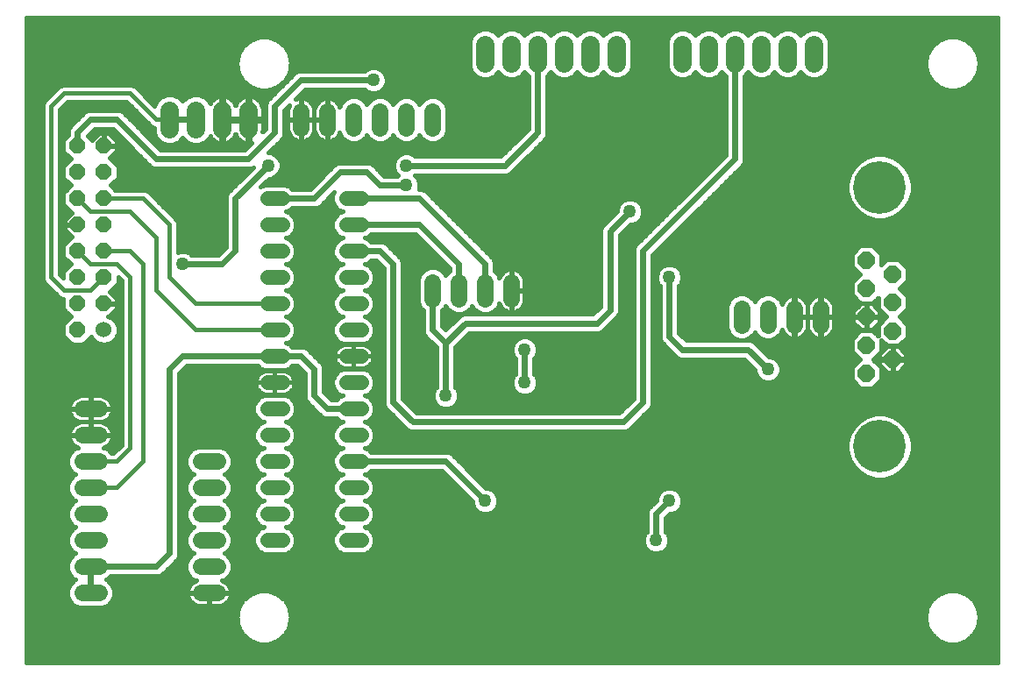
<source format=gbl>
G75*
G70*
%OFA0B0*%
%FSLAX24Y24*%
%IPPOS*%
%LPD*%
%AMOC8*
5,1,8,0,0,1.08239X$1,22.5*
%
%ADD10C,0.0600*%
%ADD11OC8,0.0600*%
%ADD12C,0.0560*%
%ADD13C,0.0640*%
%ADD14C,0.0712*%
%ADD15OC8,0.0640*%
%ADD16C,0.2000*%
%ADD17C,0.0160*%
%ADD18C,0.0500*%
%ADD19C,0.0240*%
D10*
X004399Y013585D03*
D11*
X003399Y013585D03*
X003399Y014585D03*
X004399Y014585D03*
X004399Y015585D03*
X003399Y015585D03*
X003399Y016585D03*
X004399Y016585D03*
X004399Y017585D03*
X003399Y017585D03*
X003399Y018585D03*
X004399Y018585D03*
X004399Y019585D03*
X003399Y019585D03*
X003399Y020585D03*
X004399Y020585D03*
D12*
X010619Y018585D02*
X011179Y018585D01*
X011179Y017585D02*
X010619Y017585D01*
X010619Y016585D02*
X011179Y016585D01*
X011179Y015585D02*
X010619Y015585D01*
X010619Y014585D02*
X011179Y014585D01*
X011179Y013585D02*
X010619Y013585D01*
X010619Y012585D02*
X011179Y012585D01*
X011179Y011585D02*
X010619Y011585D01*
X010619Y010585D02*
X011179Y010585D01*
X011179Y009585D02*
X010619Y009585D01*
X010619Y008585D02*
X011179Y008585D01*
X011179Y007585D02*
X010619Y007585D01*
X010619Y006585D02*
X011179Y006585D01*
X011179Y005585D02*
X010619Y005585D01*
X013619Y005585D02*
X014179Y005585D01*
X014179Y006585D02*
X013619Y006585D01*
X013619Y007585D02*
X014179Y007585D01*
X014179Y008585D02*
X013619Y008585D01*
X013619Y009585D02*
X014179Y009585D01*
X014179Y010585D02*
X013619Y010585D01*
X013619Y011585D02*
X014179Y011585D01*
X014179Y012585D02*
X013619Y012585D01*
X013619Y013585D02*
X014179Y013585D01*
X014179Y014585D02*
X013619Y014585D01*
X013619Y015585D02*
X014179Y015585D01*
X014179Y016585D02*
X013619Y016585D01*
X013619Y017585D02*
X014179Y017585D01*
X014179Y018585D02*
X013619Y018585D01*
D13*
X013899Y021265D02*
X013899Y021905D01*
X012899Y021905D02*
X012899Y021265D01*
X011899Y021265D02*
X011899Y021905D01*
X014899Y021905D02*
X014899Y021265D01*
X015899Y021265D02*
X015899Y021905D01*
X016899Y021905D02*
X016899Y021265D01*
X016899Y015405D02*
X016899Y014765D01*
X017899Y014765D02*
X017899Y015405D01*
X018899Y015405D02*
X018899Y014765D01*
X019899Y014765D02*
X019899Y015405D01*
X028649Y014405D02*
X028649Y013765D01*
X029649Y013765D02*
X029649Y014405D01*
X030649Y014405D02*
X030649Y013765D01*
X031649Y013765D02*
X031649Y014405D01*
X008719Y008585D02*
X008079Y008585D01*
X008079Y007585D02*
X008719Y007585D01*
X008719Y006585D02*
X008079Y006585D01*
X008079Y005585D02*
X008719Y005585D01*
X008719Y004585D02*
X008079Y004585D01*
X008079Y003585D02*
X008719Y003585D01*
X004219Y003585D02*
X003579Y003585D01*
X003579Y004585D02*
X004219Y004585D01*
X004219Y005585D02*
X003579Y005585D01*
X003579Y006585D02*
X004219Y006585D01*
X004219Y007585D02*
X003579Y007585D01*
X003579Y008585D02*
X004219Y008585D01*
X004219Y009585D02*
X003579Y009585D01*
X003579Y010585D02*
X004219Y010585D01*
D14*
X006899Y021229D02*
X006899Y021942D01*
X007899Y021942D02*
X007899Y021229D01*
X008899Y021229D02*
X008899Y021942D01*
X009899Y021942D02*
X009899Y021229D01*
X018899Y023729D02*
X018899Y024442D01*
X019899Y024442D02*
X019899Y023729D01*
X020899Y023729D02*
X020899Y024442D01*
X021899Y024442D02*
X021899Y023729D01*
X022899Y023729D02*
X022899Y024442D01*
X023899Y024442D02*
X023899Y023729D01*
X026399Y023729D02*
X026399Y024442D01*
X027399Y024442D02*
X027399Y023729D01*
X028399Y023729D02*
X028399Y024442D01*
X029399Y024442D02*
X029399Y023729D01*
X030399Y023729D02*
X030399Y024442D01*
X031399Y024442D02*
X031399Y023729D01*
D15*
X033399Y016245D03*
X034399Y015705D03*
X033399Y015165D03*
X034399Y014625D03*
X033399Y014085D03*
X034399Y013545D03*
X033399Y013005D03*
X034399Y012465D03*
X033399Y011925D03*
D16*
X033899Y009155D03*
X033899Y019015D03*
D17*
X001458Y025452D02*
X001458Y000932D01*
X038392Y000932D01*
X038392Y025452D01*
X001458Y025452D01*
X001458Y025418D02*
X038392Y025418D01*
X038392Y025260D02*
X001458Y025260D01*
X001458Y025101D02*
X038392Y025101D01*
X038392Y024942D02*
X031742Y024942D01*
X031737Y024947D02*
X031518Y025038D01*
X031281Y025038D01*
X031062Y024947D01*
X030899Y024785D01*
X030737Y024947D01*
X030518Y025038D01*
X030281Y025038D01*
X030062Y024947D01*
X029899Y024785D01*
X029737Y024947D01*
X029518Y025038D01*
X029281Y025038D01*
X029062Y024947D01*
X028899Y024785D01*
X028737Y024947D01*
X028518Y025038D01*
X028281Y025038D01*
X028062Y024947D01*
X027899Y024785D01*
X027737Y024947D01*
X027518Y025038D01*
X027281Y025038D01*
X027062Y024947D01*
X026899Y024785D01*
X026737Y024947D01*
X026518Y025038D01*
X026281Y025038D01*
X026062Y024947D01*
X025894Y024779D01*
X025803Y024560D01*
X025803Y023611D01*
X025894Y023391D01*
X026062Y023224D01*
X026281Y023133D01*
X026518Y023133D01*
X026737Y023224D01*
X026899Y023386D01*
X027062Y023224D01*
X027281Y023133D01*
X027518Y023133D01*
X027737Y023224D01*
X027899Y023386D01*
X028039Y023246D01*
X028039Y020234D01*
X024594Y016789D01*
X024539Y016657D01*
X024539Y016514D01*
X024539Y010984D01*
X024000Y010445D01*
X016298Y010445D01*
X015759Y010984D01*
X015759Y016157D01*
X015705Y016289D01*
X015603Y016391D01*
X015103Y016891D01*
X014971Y016945D01*
X014828Y016945D01*
X014555Y016945D01*
X014474Y017026D01*
X014331Y017085D01*
X014474Y017145D01*
X014555Y017225D01*
X016250Y017225D01*
X017539Y015936D01*
X017539Y015837D01*
X017425Y015723D01*
X017399Y015662D01*
X017374Y015723D01*
X017217Y015880D01*
X017011Y015965D01*
X016788Y015965D01*
X016582Y015880D01*
X016425Y015723D01*
X016339Y015517D01*
X016339Y014654D01*
X016425Y014448D01*
X016539Y014333D01*
X016539Y013657D01*
X016539Y013514D01*
X016594Y013381D01*
X017039Y012936D01*
X017039Y011418D01*
X016984Y011363D01*
X016909Y011183D01*
X016909Y010988D01*
X016984Y010808D01*
X017122Y010670D01*
X017302Y010595D01*
X017497Y010595D01*
X017677Y010670D01*
X017815Y010808D01*
X017889Y010988D01*
X017889Y011183D01*
X017815Y011363D01*
X017759Y011418D01*
X017759Y012936D01*
X018298Y013475D01*
X023078Y013475D01*
X023221Y013475D01*
X023353Y013530D01*
X023955Y014131D01*
X024009Y014264D01*
X024009Y014407D01*
X024009Y017186D01*
X024418Y017595D01*
X024497Y017595D01*
X024677Y017670D01*
X024815Y017808D01*
X025613Y017808D01*
X025454Y017649D02*
X024627Y017649D01*
X024815Y017808D02*
X024889Y017988D01*
X024889Y018183D01*
X024815Y018363D01*
X024677Y018501D01*
X024497Y018575D01*
X024302Y018575D01*
X024122Y018501D01*
X023984Y018363D01*
X023909Y018183D01*
X023909Y018104D01*
X023344Y017539D01*
X023289Y017407D01*
X023289Y017264D01*
X023289Y014484D01*
X023000Y014195D01*
X018078Y014195D01*
X017945Y014141D01*
X017844Y014039D01*
X017399Y013594D01*
X017259Y013734D01*
X017259Y014333D01*
X017374Y014448D01*
X017399Y014509D01*
X017425Y014448D01*
X017582Y014291D01*
X017788Y014205D01*
X018011Y014205D01*
X018217Y014291D01*
X018374Y014448D01*
X018399Y014509D01*
X018425Y014448D01*
X018582Y014291D01*
X018788Y014205D01*
X019011Y014205D01*
X019217Y014291D01*
X019374Y014448D01*
X019432Y014587D01*
X019436Y014573D01*
X019472Y014503D01*
X019518Y014440D01*
X019574Y014384D01*
X019637Y014338D01*
X019707Y014302D01*
X019782Y014278D01*
X019860Y014265D01*
X019879Y014265D01*
X019879Y015065D01*
X019919Y015065D01*
X019919Y014265D01*
X019939Y014265D01*
X020016Y014278D01*
X020091Y014302D01*
X020161Y014338D01*
X020225Y014384D01*
X020281Y014440D01*
X020327Y014503D01*
X020363Y014573D01*
X020387Y014648D01*
X020399Y014726D01*
X020399Y015065D01*
X019920Y015065D01*
X019920Y015105D01*
X020399Y015105D01*
X020399Y015445D01*
X020387Y015522D01*
X020363Y015597D01*
X020327Y015667D01*
X020281Y015731D01*
X020225Y015787D01*
X020161Y015833D01*
X020091Y015869D01*
X020016Y015893D01*
X019939Y015905D01*
X019919Y015905D01*
X019919Y015106D01*
X019879Y015106D01*
X019879Y015905D01*
X019860Y015905D01*
X019782Y015893D01*
X019707Y015869D01*
X019637Y015833D01*
X019574Y015787D01*
X019518Y015731D01*
X019472Y015667D01*
X019436Y015597D01*
X019432Y015584D01*
X019374Y015723D01*
X019259Y015837D01*
X019259Y016157D01*
X019205Y016289D01*
X019103Y016391D01*
X016603Y018891D01*
X016471Y018945D01*
X016372Y018945D01*
X016389Y018988D01*
X016389Y019183D01*
X016315Y019363D01*
X016217Y019460D01*
X016232Y019475D01*
X019578Y019475D01*
X019721Y019475D01*
X019853Y019530D01*
X021103Y020780D01*
X021205Y020881D01*
X021259Y021014D01*
X021259Y023246D01*
X021399Y023386D01*
X021562Y023224D01*
X021781Y023133D01*
X022018Y023133D01*
X022237Y023224D01*
X022399Y023386D01*
X022562Y023224D01*
X022781Y023133D01*
X023018Y023133D01*
X023237Y023224D01*
X023399Y023386D01*
X023562Y023224D01*
X023781Y023133D01*
X024018Y023133D01*
X024237Y023224D01*
X024405Y023391D01*
X024496Y023611D01*
X024496Y024560D01*
X024405Y024779D01*
X024237Y024947D01*
X024018Y025038D01*
X023781Y025038D01*
X023562Y024947D01*
X023399Y024785D01*
X023237Y024947D01*
X023018Y025038D01*
X022781Y025038D01*
X022562Y024947D01*
X022399Y024785D01*
X022237Y024947D01*
X022018Y025038D01*
X021781Y025038D01*
X021562Y024947D01*
X021399Y024785D01*
X021237Y024947D01*
X021018Y025038D01*
X020781Y025038D01*
X020562Y024947D01*
X020399Y024785D01*
X020237Y024947D01*
X020018Y025038D01*
X019781Y025038D01*
X019562Y024947D01*
X019399Y024785D01*
X019237Y024947D01*
X019018Y025038D01*
X018781Y025038D01*
X018562Y024947D01*
X018394Y024779D01*
X018303Y024560D01*
X018303Y023611D01*
X018394Y023391D01*
X018562Y023224D01*
X018781Y023133D01*
X019018Y023133D01*
X019237Y023224D01*
X019399Y023386D01*
X019562Y023224D01*
X019781Y023133D01*
X020018Y023133D01*
X020237Y023224D01*
X020399Y023386D01*
X020539Y023246D01*
X020539Y021234D01*
X019500Y020195D01*
X016232Y020195D01*
X016177Y020251D01*
X015997Y020325D01*
X015802Y020325D01*
X015622Y020251D01*
X015484Y020113D01*
X015409Y019933D01*
X015409Y019738D01*
X015484Y019558D01*
X015581Y019460D01*
X015566Y019445D01*
X015048Y019445D01*
X014705Y019789D01*
X014603Y019891D01*
X014471Y019945D01*
X013471Y019945D01*
X013328Y019945D01*
X013195Y019891D01*
X012250Y018945D01*
X011555Y018945D01*
X011474Y019026D01*
X011283Y019105D01*
X010516Y019105D01*
X010366Y019043D01*
X010668Y019345D01*
X010747Y019345D01*
X010927Y019420D01*
X011065Y019558D01*
X011139Y019738D01*
X011139Y019933D01*
X011065Y020113D01*
X010927Y020251D01*
X010747Y020325D01*
X010648Y020325D01*
X011103Y020780D01*
X011205Y020881D01*
X011259Y021014D01*
X011259Y021936D01*
X011452Y022129D01*
X011436Y022097D01*
X011412Y022022D01*
X011399Y021945D01*
X011399Y021605D01*
X011879Y021605D01*
X011879Y021565D01*
X011919Y021565D01*
X011919Y020765D01*
X011939Y020765D01*
X012016Y020778D01*
X012091Y020802D01*
X012161Y020838D01*
X012225Y020884D01*
X012281Y020940D01*
X012327Y021003D01*
X012363Y021073D01*
X012387Y021148D01*
X012399Y021226D01*
X012399Y021565D01*
X011920Y021565D01*
X011920Y021605D01*
X012399Y021605D01*
X012879Y021605D01*
X012879Y021565D01*
X012919Y021565D01*
X012919Y020765D01*
X012939Y020765D01*
X013016Y020778D01*
X013091Y020802D01*
X013161Y020838D01*
X013225Y020884D01*
X013281Y020940D01*
X013327Y021003D01*
X013363Y021073D01*
X013367Y021087D01*
X013425Y020948D01*
X013582Y020791D01*
X013788Y020705D01*
X014011Y020705D01*
X014217Y020791D01*
X014374Y020948D01*
X014399Y021009D01*
X014425Y020948D01*
X014582Y020791D01*
X014788Y020705D01*
X015011Y020705D01*
X015217Y020791D01*
X015374Y020948D01*
X015399Y021009D01*
X015425Y020948D01*
X015582Y020791D01*
X015788Y020705D01*
X016011Y020705D01*
X016217Y020791D01*
X016374Y020948D01*
X016399Y021009D01*
X016425Y020948D01*
X016582Y020791D01*
X016788Y020705D01*
X017011Y020705D01*
X017217Y020791D01*
X017374Y020948D01*
X017459Y021154D01*
X017459Y022017D01*
X017374Y022223D01*
X017217Y022380D01*
X017011Y022465D01*
X016788Y022465D01*
X016582Y022380D01*
X016425Y022223D01*
X016399Y022162D01*
X016374Y022223D01*
X016217Y022380D01*
X016011Y022465D01*
X015788Y022465D01*
X015582Y022380D01*
X015425Y022223D01*
X015399Y022162D01*
X015374Y022223D01*
X015217Y022380D01*
X015011Y022465D01*
X014788Y022465D01*
X014582Y022380D01*
X014425Y022223D01*
X014399Y022162D01*
X014374Y022223D01*
X014217Y022380D01*
X014011Y022465D01*
X013788Y022465D01*
X013582Y022380D01*
X013425Y022223D01*
X013367Y022084D01*
X013363Y022097D01*
X013327Y022167D01*
X013281Y022231D01*
X013225Y022287D01*
X013161Y022333D01*
X013091Y022369D01*
X013016Y022393D01*
X012939Y022405D01*
X012919Y022405D01*
X012919Y021606D01*
X012879Y021606D01*
X012879Y022405D01*
X012860Y022405D01*
X012782Y022393D01*
X012707Y022369D01*
X012637Y022333D01*
X012574Y022287D01*
X012518Y022231D01*
X012472Y022167D01*
X012436Y022097D01*
X012412Y022022D01*
X012399Y021945D01*
X012387Y022022D01*
X012363Y022097D01*
X012327Y022167D01*
X012281Y022231D01*
X012225Y022287D01*
X012161Y022333D01*
X012091Y022369D01*
X012016Y022393D01*
X011939Y022405D01*
X011919Y022405D01*
X011919Y021606D01*
X011879Y021606D01*
X011879Y022405D01*
X011860Y022405D01*
X011782Y022393D01*
X011707Y022369D01*
X011676Y022352D01*
X012048Y022725D01*
X014316Y022725D01*
X014372Y022670D01*
X014552Y022595D01*
X014747Y022595D01*
X014927Y022670D01*
X015065Y022808D01*
X015139Y022988D01*
X015139Y023183D01*
X015065Y023363D01*
X014927Y023501D01*
X014747Y023575D01*
X014552Y023575D01*
X014372Y023501D01*
X014316Y023445D01*
X011971Y023445D01*
X011828Y023445D01*
X011695Y023391D01*
X010594Y022289D01*
X010539Y022157D01*
X010539Y022014D01*
X010539Y021234D01*
X010425Y021120D01*
X010436Y021187D01*
X010436Y021547D01*
X009938Y021547D01*
X009938Y021623D01*
X010436Y021623D01*
X010436Y021984D01*
X010422Y022067D01*
X010396Y022147D01*
X010358Y022223D01*
X010308Y022291D01*
X010249Y022351D01*
X010180Y022400D01*
X010105Y022438D01*
X010025Y022465D01*
X009942Y022478D01*
X009937Y022478D01*
X009937Y021624D01*
X009861Y021624D01*
X009861Y022478D01*
X009857Y022478D01*
X009774Y022465D01*
X009694Y022438D01*
X009618Y022400D01*
X009550Y022351D01*
X009490Y022291D01*
X009441Y022223D01*
X009402Y022147D01*
X009399Y022138D01*
X009396Y022147D01*
X009358Y022223D01*
X009308Y022291D01*
X009249Y022351D01*
X009180Y022400D01*
X009105Y022438D01*
X009025Y022465D01*
X008942Y022478D01*
X008937Y022478D01*
X008937Y021624D01*
X008861Y021624D01*
X008861Y022478D01*
X008857Y022478D01*
X008774Y022465D01*
X008694Y022438D01*
X008618Y022400D01*
X008550Y022351D01*
X008490Y022291D01*
X008441Y022223D01*
X008434Y022209D01*
X008405Y022279D01*
X008237Y022447D01*
X008018Y022538D01*
X007781Y022538D01*
X007562Y022447D01*
X007399Y022285D01*
X007237Y022447D01*
X007018Y022538D01*
X006781Y022538D01*
X006562Y022447D01*
X006394Y022279D01*
X006325Y022112D01*
X005581Y022857D01*
X005463Y022905D01*
X005336Y022905D01*
X002836Y022905D01*
X002718Y022857D01*
X002628Y022767D01*
X002628Y022767D01*
X002128Y022267D01*
X002079Y022149D01*
X002079Y022022D01*
X002079Y015649D01*
X002079Y015522D01*
X002128Y015404D01*
X002628Y014904D01*
X002718Y014814D01*
X002836Y014765D01*
X002859Y014765D01*
X002859Y014362D01*
X003136Y014085D01*
X002859Y013809D01*
X002859Y013362D01*
X003176Y013045D01*
X003623Y013045D01*
X003917Y013339D01*
X003942Y013279D01*
X004093Y013128D01*
X004292Y013045D01*
X004507Y013045D01*
X004705Y013128D01*
X004857Y013279D01*
X004939Y013478D01*
X004939Y013693D01*
X004857Y013891D01*
X004705Y014043D01*
X004555Y014105D01*
X004598Y014105D01*
X004879Y014387D01*
X004879Y014575D01*
X004410Y014575D01*
X004410Y014595D01*
X004879Y014595D01*
X004879Y014784D01*
X004618Y015045D01*
X004623Y015045D01*
X004939Y015362D01*
X004939Y015593D01*
X005079Y015453D01*
X005079Y009218D01*
X004767Y008905D01*
X004691Y008905D01*
X004537Y009060D01*
X004398Y009118D01*
X004411Y009122D01*
X004481Y009158D01*
X004545Y009204D01*
X004601Y009260D01*
X004647Y009323D01*
X004683Y009393D01*
X004707Y009468D01*
X004719Y009546D01*
X004719Y009565D01*
X003920Y009565D01*
X003920Y009605D01*
X004719Y009605D01*
X004719Y009625D01*
X004707Y009702D01*
X004683Y009777D01*
X004647Y009847D01*
X004601Y009911D01*
X004545Y009967D01*
X004481Y010013D01*
X004411Y010049D01*
X004336Y010073D01*
X004259Y010085D01*
X003919Y010085D01*
X004259Y010085D01*
X004336Y010098D01*
X004411Y010122D01*
X004481Y010158D01*
X004545Y010204D01*
X004601Y010260D01*
X004647Y010323D01*
X004683Y010393D01*
X004707Y010468D01*
X004719Y010546D01*
X004719Y010565D01*
X003920Y010565D01*
X003920Y010605D01*
X004719Y010605D01*
X004719Y010625D01*
X004707Y010702D01*
X004683Y010777D01*
X004647Y010847D01*
X004601Y010911D01*
X004545Y010967D01*
X004481Y011013D01*
X004411Y011049D01*
X004336Y011073D01*
X004259Y011085D01*
X003919Y011085D01*
X003919Y010606D01*
X003879Y010606D01*
X003879Y011085D01*
X003540Y011085D01*
X003462Y011073D01*
X003387Y011049D01*
X003317Y011013D01*
X003254Y010967D01*
X003198Y010911D01*
X003152Y010847D01*
X003116Y010777D01*
X003092Y010702D01*
X003079Y010625D01*
X003079Y010605D01*
X003879Y010605D01*
X003879Y010565D01*
X003919Y010565D01*
X003919Y010085D01*
X003919Y009606D01*
X003879Y009606D01*
X003879Y010085D01*
X003540Y010085D01*
X003462Y010073D01*
X003387Y010049D01*
X003317Y010013D01*
X003254Y009967D01*
X003198Y009911D01*
X003152Y009847D01*
X003116Y009777D01*
X003092Y009702D01*
X003079Y009625D01*
X003079Y009605D01*
X003879Y009605D01*
X003879Y009565D01*
X003079Y009565D01*
X003079Y009546D01*
X003092Y009468D01*
X003116Y009393D01*
X003152Y009323D01*
X003198Y009260D01*
X003254Y009204D01*
X003317Y009158D01*
X003387Y009122D01*
X003401Y009118D01*
X003262Y009060D01*
X003105Y008903D01*
X003019Y008697D01*
X003019Y008474D01*
X003105Y008268D01*
X003262Y008111D01*
X003323Y008085D01*
X003262Y008060D01*
X003105Y007903D01*
X003019Y007697D01*
X003019Y007474D01*
X003105Y007268D01*
X003262Y007111D01*
X003323Y007085D01*
X003262Y007060D01*
X003105Y006903D01*
X003019Y006697D01*
X003019Y006474D01*
X003105Y006268D01*
X003262Y006111D01*
X003323Y006085D01*
X003262Y006060D01*
X003105Y005903D01*
X003019Y005697D01*
X003019Y005474D01*
X003105Y005268D01*
X003262Y005111D01*
X003323Y005085D01*
X003262Y005060D01*
X003105Y004903D01*
X003019Y004697D01*
X003019Y004474D01*
X003105Y004268D01*
X003262Y004111D01*
X003323Y004085D01*
X003262Y004060D01*
X003105Y003903D01*
X003019Y003697D01*
X003019Y003474D01*
X003105Y003268D01*
X003262Y003111D01*
X003468Y003025D01*
X004331Y003025D01*
X004537Y003111D01*
X004694Y003268D01*
X004779Y003474D01*
X004779Y003697D01*
X004694Y003903D01*
X004537Y004060D01*
X004476Y004085D01*
X004537Y004111D01*
X004651Y004225D01*
X006471Y004225D01*
X006603Y004280D01*
X006705Y004381D01*
X007205Y004881D01*
X007259Y005014D01*
X007259Y005157D01*
X007259Y011936D01*
X007548Y012225D01*
X010244Y012225D01*
X010325Y012145D01*
X010516Y012065D01*
X011283Y012065D01*
X011474Y012145D01*
X011555Y012225D01*
X011750Y012225D01*
X012039Y011936D01*
X012039Y011157D01*
X012039Y011014D01*
X012094Y010881D01*
X012594Y010381D01*
X012695Y010280D01*
X012828Y010225D01*
X013244Y010225D01*
X013325Y010145D01*
X013468Y010085D01*
X013325Y010026D01*
X013179Y009880D01*
X013099Y009689D01*
X013099Y009482D01*
X013179Y009291D01*
X013325Y009145D01*
X013468Y009085D01*
X013325Y009026D01*
X013179Y008880D01*
X013099Y008689D01*
X013099Y008482D01*
X013179Y008291D01*
X013325Y008145D01*
X013468Y008085D01*
X013325Y008026D01*
X013179Y007880D01*
X013099Y007689D01*
X013099Y007482D01*
X013179Y007291D01*
X013325Y007145D01*
X013468Y007085D01*
X013325Y007026D01*
X013179Y006880D01*
X013099Y006689D01*
X013099Y006482D01*
X013179Y006291D01*
X013325Y006145D01*
X013468Y006085D01*
X013325Y006026D01*
X013179Y005880D01*
X013099Y005689D01*
X013099Y005482D01*
X013179Y005291D01*
X013325Y005145D01*
X013516Y005065D01*
X014283Y005065D01*
X014474Y005145D01*
X014620Y005291D01*
X014699Y005482D01*
X014699Y005689D01*
X014620Y005880D01*
X014474Y006026D01*
X014331Y006085D01*
X014474Y006145D01*
X014620Y006291D01*
X014699Y006482D01*
X014699Y006689D01*
X014620Y006880D01*
X014474Y007026D01*
X014331Y007085D01*
X014474Y007145D01*
X014620Y007291D01*
X014699Y007482D01*
X014699Y007689D01*
X014620Y007880D01*
X014474Y008026D01*
X014331Y008085D01*
X014474Y008145D01*
X014555Y008225D01*
X017250Y008225D01*
X018409Y007066D01*
X018409Y006988D01*
X018484Y006808D01*
X018622Y006670D01*
X018802Y006595D01*
X018997Y006595D01*
X019177Y006670D01*
X019315Y006808D01*
X019389Y006988D01*
X019389Y007183D01*
X019315Y007363D01*
X019177Y007501D01*
X018997Y007575D01*
X018918Y007575D01*
X017603Y008891D01*
X017471Y008945D01*
X017328Y008945D01*
X014555Y008945D01*
X014474Y009026D01*
X014331Y009085D01*
X014474Y009145D01*
X014620Y009291D01*
X014699Y009482D01*
X014699Y009689D01*
X014620Y009880D01*
X014474Y010026D01*
X014331Y010085D01*
X014474Y010145D01*
X014620Y010291D01*
X014699Y010482D01*
X014699Y010689D01*
X014620Y010880D01*
X014474Y011026D01*
X014331Y011085D01*
X014474Y011145D01*
X014620Y011291D01*
X014699Y011482D01*
X014699Y011689D01*
X014620Y011880D01*
X014474Y012026D01*
X014283Y012105D01*
X013516Y012105D01*
X013325Y012026D01*
X013179Y011880D01*
X013099Y011689D01*
X013099Y011482D01*
X013179Y011291D01*
X013325Y011145D01*
X013468Y011085D01*
X013325Y011026D01*
X013244Y010945D01*
X013048Y010945D01*
X012759Y011234D01*
X012759Y012157D01*
X012705Y012289D01*
X012603Y012391D01*
X012103Y012891D01*
X011971Y012945D01*
X011828Y012945D01*
X011555Y012945D01*
X011474Y013026D01*
X011331Y013085D01*
X011474Y013145D01*
X011620Y013291D01*
X011699Y013482D01*
X011699Y013689D01*
X011620Y013880D01*
X011474Y014026D01*
X011331Y014085D01*
X011474Y014145D01*
X011620Y014291D01*
X011699Y014482D01*
X011699Y014689D01*
X011620Y014880D01*
X011474Y015026D01*
X011331Y015085D01*
X011474Y015145D01*
X011620Y015291D01*
X011699Y015482D01*
X011699Y015689D01*
X011620Y015880D01*
X011474Y016026D01*
X011331Y016085D01*
X011474Y016145D01*
X011620Y016291D01*
X011699Y016482D01*
X011699Y016689D01*
X011620Y016880D01*
X011474Y017026D01*
X011331Y017085D01*
X011474Y017145D01*
X011620Y017291D01*
X011699Y017482D01*
X011699Y017689D01*
X011620Y017880D01*
X011474Y018026D01*
X011331Y018085D01*
X011474Y018145D01*
X011555Y018225D01*
X012471Y018225D01*
X012603Y018280D01*
X012705Y018381D01*
X013161Y018838D01*
X013099Y018689D01*
X013099Y018482D01*
X013179Y018291D01*
X013325Y018145D01*
X013468Y018085D01*
X013325Y018026D01*
X013179Y017880D01*
X013099Y017689D01*
X013099Y017482D01*
X013179Y017291D01*
X013325Y017145D01*
X013468Y017085D01*
X013325Y017026D01*
X013179Y016880D01*
X013099Y016689D01*
X013099Y016482D01*
X013179Y016291D01*
X013325Y016145D01*
X013468Y016085D01*
X013325Y016026D01*
X013179Y015880D01*
X013099Y015689D01*
X013099Y015482D01*
X013179Y015291D01*
X013325Y015145D01*
X013468Y015085D01*
X013325Y015026D01*
X013179Y014880D01*
X013099Y014689D01*
X013099Y014482D01*
X013179Y014291D01*
X013325Y014145D01*
X013468Y014085D01*
X013325Y014026D01*
X013179Y013880D01*
X013099Y013689D01*
X013099Y013482D01*
X013179Y013291D01*
X013325Y013145D01*
X013516Y013065D01*
X014283Y013065D01*
X014474Y013145D01*
X014620Y013291D01*
X014699Y013482D01*
X014699Y013689D01*
X014620Y013880D01*
X014474Y014026D01*
X014331Y014085D01*
X014474Y014145D01*
X014620Y014291D01*
X014699Y014482D01*
X014699Y014689D01*
X014620Y014880D01*
X014474Y015026D01*
X014331Y015085D01*
X014474Y015145D01*
X014620Y015291D01*
X014699Y015482D01*
X014699Y015689D01*
X014620Y015880D01*
X014474Y016026D01*
X014331Y016085D01*
X014474Y016145D01*
X014555Y016225D01*
X014750Y016225D01*
X015039Y015936D01*
X015039Y010907D01*
X015039Y010764D01*
X015094Y010631D01*
X015844Y009881D01*
X015945Y009780D01*
X016078Y009725D01*
X024078Y009725D01*
X024221Y009725D01*
X024353Y009780D01*
X025103Y010530D01*
X025205Y010631D01*
X025259Y010764D01*
X025259Y016436D01*
X028603Y019780D01*
X028705Y019881D01*
X028759Y020014D01*
X028759Y023246D01*
X028899Y023386D01*
X029062Y023224D01*
X029281Y023133D01*
X029518Y023133D01*
X029737Y023224D01*
X029899Y023386D01*
X030062Y023224D01*
X030281Y023133D01*
X030518Y023133D01*
X030737Y023224D01*
X030899Y023386D01*
X031062Y023224D01*
X031281Y023133D01*
X031518Y023133D01*
X031737Y023224D01*
X031905Y023391D01*
X031996Y023611D01*
X031996Y024560D01*
X031905Y024779D01*
X031737Y024947D01*
X031900Y024784D02*
X038392Y024784D01*
X038392Y024625D02*
X037137Y024625D01*
X037176Y024611D02*
X036841Y024733D01*
X036719Y024733D01*
X036663Y024733D01*
X036661Y024733D01*
X036607Y024733D01*
X036485Y024733D01*
X036150Y024611D01*
X035878Y024382D01*
X035699Y024074D01*
X035638Y023723D01*
X035699Y023372D01*
X035878Y023064D01*
X036150Y022835D01*
X036150Y022835D01*
X036485Y022713D01*
X036607Y022713D01*
X036607Y022713D01*
X036663Y022713D01*
X036679Y022713D01*
X036719Y022713D01*
X036719Y022713D01*
X036841Y022713D01*
X037176Y022835D01*
X037449Y023064D01*
X037627Y023372D01*
X037627Y023372D01*
X037689Y023723D01*
X037689Y023723D01*
X037627Y024074D01*
X037449Y024382D01*
X037176Y024611D01*
X037176Y024611D01*
X037348Y024467D02*
X038392Y024467D01*
X038392Y024308D02*
X037491Y024308D01*
X037583Y024150D02*
X038392Y024150D01*
X038392Y023991D02*
X037641Y023991D01*
X037669Y023833D02*
X038392Y023833D01*
X038392Y023674D02*
X037680Y023674D01*
X037652Y023516D02*
X038392Y023516D01*
X038392Y023357D02*
X037618Y023357D01*
X037526Y023199D02*
X038392Y023199D01*
X038392Y023040D02*
X037420Y023040D01*
X037449Y023064D02*
X037449Y023064D01*
X037449Y023064D01*
X037231Y022881D02*
X038392Y022881D01*
X038392Y022723D02*
X036868Y022723D01*
X036841Y022713D02*
X036841Y022713D01*
X036485Y022713D02*
X036485Y022713D01*
X036458Y022723D02*
X028759Y022723D01*
X028759Y022881D02*
X036095Y022881D01*
X035906Y023040D02*
X028759Y023040D01*
X028759Y023199D02*
X029122Y023199D01*
X028928Y023357D02*
X028870Y023357D01*
X029676Y023199D02*
X030122Y023199D01*
X029928Y023357D02*
X029870Y023357D01*
X030676Y023199D02*
X031122Y023199D01*
X030928Y023357D02*
X030870Y023357D01*
X031676Y023199D02*
X035800Y023199D01*
X035878Y023064D02*
X035878Y023064D01*
X035708Y023357D02*
X031870Y023357D01*
X031956Y023516D02*
X035674Y023516D01*
X035699Y023372D02*
X035699Y023372D01*
X035646Y023674D02*
X031996Y023674D01*
X031996Y023833D02*
X035657Y023833D01*
X035638Y023723D02*
X035638Y023723D01*
X035685Y023991D02*
X031996Y023991D01*
X031996Y024150D02*
X035743Y024150D01*
X035699Y024074D02*
X035699Y024074D01*
X035835Y024308D02*
X031996Y024308D01*
X031996Y024467D02*
X035978Y024467D01*
X035878Y024382D02*
X035878Y024382D01*
X035878Y024382D01*
X036150Y024611D02*
X036150Y024611D01*
X036189Y024625D02*
X031969Y024625D01*
X031057Y024942D02*
X030742Y024942D01*
X030057Y024942D02*
X029742Y024942D01*
X029057Y024942D02*
X028742Y024942D01*
X028057Y024942D02*
X027742Y024942D01*
X027057Y024942D02*
X026742Y024942D01*
X026057Y024942D02*
X024242Y024942D01*
X024400Y024784D02*
X025899Y024784D01*
X025830Y024625D02*
X024469Y024625D01*
X024496Y024467D02*
X025803Y024467D01*
X025803Y024308D02*
X024496Y024308D01*
X024496Y024150D02*
X025803Y024150D01*
X025803Y023991D02*
X024496Y023991D01*
X024496Y023833D02*
X025803Y023833D01*
X025803Y023674D02*
X024496Y023674D01*
X024456Y023516D02*
X025842Y023516D01*
X025928Y023357D02*
X024370Y023357D01*
X024176Y023199D02*
X026122Y023199D01*
X026676Y023199D02*
X027122Y023199D01*
X026928Y023357D02*
X026870Y023357D01*
X027676Y023199D02*
X028039Y023199D01*
X028039Y023040D02*
X021259Y023040D01*
X021259Y023199D02*
X021622Y023199D01*
X021428Y023357D02*
X021370Y023357D01*
X021259Y022881D02*
X028039Y022881D01*
X028039Y022723D02*
X021259Y022723D01*
X021259Y022564D02*
X028039Y022564D01*
X028039Y022406D02*
X021259Y022406D01*
X021259Y022247D02*
X028039Y022247D01*
X028039Y022089D02*
X021259Y022089D01*
X021259Y021930D02*
X028039Y021930D01*
X028039Y021772D02*
X021259Y021772D01*
X021259Y021613D02*
X028039Y021613D01*
X028039Y021455D02*
X021259Y021455D01*
X021259Y021296D02*
X028039Y021296D01*
X028039Y021137D02*
X021259Y021137D01*
X021245Y020979D02*
X028039Y020979D01*
X028039Y020820D02*
X021143Y020820D01*
X020985Y020662D02*
X028039Y020662D01*
X028039Y020503D02*
X020826Y020503D01*
X020668Y020345D02*
X028039Y020345D01*
X027991Y020186D02*
X020509Y020186D01*
X020351Y020028D02*
X027833Y020028D01*
X027674Y019869D02*
X020192Y019869D01*
X020034Y019711D02*
X027515Y019711D01*
X027357Y019552D02*
X019875Y019552D01*
X019650Y020345D02*
X010668Y020345D01*
X010826Y020503D02*
X019808Y020503D01*
X019967Y020662D02*
X010985Y020662D01*
X011143Y020820D02*
X011671Y020820D01*
X011637Y020838D02*
X011707Y020802D01*
X011782Y020778D01*
X011860Y020765D01*
X011879Y020765D01*
X011879Y021565D01*
X011399Y021565D01*
X011399Y021226D01*
X011412Y021148D01*
X011436Y021073D01*
X011472Y021003D01*
X011518Y020940D01*
X011574Y020884D01*
X011637Y020838D01*
X011489Y020979D02*
X011245Y020979D01*
X011259Y021137D02*
X011415Y021137D01*
X011399Y021296D02*
X011259Y021296D01*
X011259Y021455D02*
X011399Y021455D01*
X011399Y021613D02*
X011259Y021613D01*
X011259Y021772D02*
X011399Y021772D01*
X011399Y021930D02*
X011259Y021930D01*
X011412Y022089D02*
X011433Y022089D01*
X011729Y022406D02*
X013644Y022406D01*
X013449Y022247D02*
X013265Y022247D01*
X013366Y022089D02*
X013369Y022089D01*
X012919Y022089D02*
X012879Y022089D01*
X012879Y022247D02*
X012919Y022247D01*
X012919Y021930D02*
X012879Y021930D01*
X012879Y021772D02*
X012919Y021772D01*
X012919Y021613D02*
X012879Y021613D01*
X012879Y021565D02*
X012399Y021565D01*
X012399Y021226D01*
X012412Y021148D01*
X012436Y021073D01*
X012472Y021003D01*
X012518Y020940D01*
X012574Y020884D01*
X012637Y020838D01*
X012707Y020802D01*
X012782Y020778D01*
X012860Y020765D01*
X012879Y020765D01*
X012879Y021565D01*
X012879Y021455D02*
X012919Y021455D01*
X012919Y021296D02*
X012879Y021296D01*
X012879Y021137D02*
X012919Y021137D01*
X012919Y020979D02*
X012879Y020979D01*
X012879Y020820D02*
X012919Y020820D01*
X013127Y020820D02*
X013552Y020820D01*
X013412Y020979D02*
X013309Y020979D01*
X012671Y020820D02*
X012127Y020820D01*
X011919Y020820D02*
X011879Y020820D01*
X011879Y020979D02*
X011919Y020979D01*
X011919Y021137D02*
X011879Y021137D01*
X011879Y021296D02*
X011919Y021296D01*
X011919Y021455D02*
X011879Y021455D01*
X011879Y021613D02*
X011919Y021613D01*
X011919Y021772D02*
X011879Y021772D01*
X011879Y021930D02*
X011919Y021930D01*
X011919Y022089D02*
X011879Y022089D01*
X011879Y022247D02*
X011919Y022247D01*
X011887Y022564D02*
X020539Y022564D01*
X020539Y022406D02*
X017155Y022406D01*
X017349Y022247D02*
X020539Y022247D01*
X020539Y022089D02*
X017430Y022089D01*
X017459Y021930D02*
X020539Y021930D01*
X020539Y021772D02*
X017459Y021772D01*
X017459Y021613D02*
X020539Y021613D01*
X020539Y021455D02*
X017459Y021455D01*
X017459Y021296D02*
X020539Y021296D01*
X020442Y021137D02*
X017452Y021137D01*
X017387Y020979D02*
X020284Y020979D01*
X020125Y020820D02*
X017246Y020820D01*
X016552Y020820D02*
X016246Y020820D01*
X016387Y020979D02*
X016412Y020979D01*
X015552Y020820D02*
X015246Y020820D01*
X015387Y020979D02*
X015412Y020979D01*
X014552Y020820D02*
X014246Y020820D01*
X014387Y020979D02*
X014412Y020979D01*
X015557Y020186D02*
X010991Y020186D01*
X011100Y020028D02*
X015449Y020028D01*
X015409Y019869D02*
X014625Y019869D01*
X014783Y019711D02*
X015421Y019711D01*
X015490Y019552D02*
X014942Y019552D01*
X016284Y019393D02*
X027198Y019393D01*
X027040Y019235D02*
X016368Y019235D01*
X016389Y019076D02*
X026881Y019076D01*
X026723Y018918D02*
X016537Y018918D01*
X016734Y018759D02*
X026564Y018759D01*
X026406Y018601D02*
X016893Y018601D01*
X017052Y018442D02*
X024063Y018442D01*
X023951Y018284D02*
X017210Y018284D01*
X017369Y018125D02*
X023909Y018125D01*
X023771Y017967D02*
X017527Y017967D01*
X017686Y017808D02*
X023613Y017808D01*
X023454Y017649D02*
X017844Y017649D01*
X018003Y017491D02*
X023324Y017491D01*
X023289Y017332D02*
X018161Y017332D01*
X018320Y017174D02*
X023289Y017174D01*
X023289Y017015D02*
X018478Y017015D01*
X018637Y016857D02*
X023289Y016857D01*
X023289Y016698D02*
X018796Y016698D01*
X018954Y016540D02*
X023289Y016540D01*
X023289Y016381D02*
X019113Y016381D01*
X019232Y016223D02*
X023289Y016223D01*
X023289Y016064D02*
X019259Y016064D01*
X019259Y015906D02*
X023289Y015906D01*
X023289Y015747D02*
X020265Y015747D01*
X020366Y015588D02*
X023289Y015588D01*
X023289Y015430D02*
X020399Y015430D01*
X020399Y015271D02*
X023289Y015271D01*
X023289Y015113D02*
X020399Y015113D01*
X020399Y014954D02*
X023289Y014954D01*
X023289Y014796D02*
X020399Y014796D01*
X020383Y014637D02*
X023289Y014637D01*
X023284Y014479D02*
X020309Y014479D01*
X020127Y014320D02*
X023125Y014320D01*
X023668Y013844D02*
X024539Y013844D01*
X024539Y013686D02*
X023509Y013686D01*
X023346Y013527D02*
X024539Y013527D01*
X024539Y013369D02*
X018192Y013369D01*
X018033Y013210D02*
X020081Y013210D01*
X020122Y013251D02*
X019984Y013113D01*
X019909Y012933D01*
X019909Y012738D01*
X019984Y012558D01*
X020039Y012502D01*
X020039Y011918D01*
X019984Y011863D01*
X019909Y011683D01*
X019909Y011488D01*
X019984Y011308D01*
X017838Y011308D01*
X017889Y011149D02*
X020172Y011149D01*
X020122Y011170D02*
X020302Y011095D01*
X020497Y011095D01*
X020677Y011170D01*
X020815Y011308D01*
X024539Y011308D01*
X024539Y011466D02*
X020880Y011466D01*
X020889Y011488D02*
X020889Y011683D01*
X020815Y011863D01*
X020759Y011918D01*
X020759Y012502D01*
X020815Y012558D01*
X020889Y012738D01*
X020889Y012933D01*
X020815Y013113D01*
X020677Y013251D01*
X020497Y013325D01*
X020302Y013325D01*
X020122Y013251D01*
X019959Y013052D02*
X017875Y013052D01*
X017759Y012893D02*
X019909Y012893D01*
X019911Y012735D02*
X017759Y012735D01*
X017759Y012576D02*
X019976Y012576D01*
X020039Y012418D02*
X017759Y012418D01*
X017759Y012259D02*
X020039Y012259D01*
X020039Y012100D02*
X017759Y012100D01*
X017759Y011942D02*
X020039Y011942D01*
X019951Y011783D02*
X017759Y011783D01*
X017759Y011625D02*
X019909Y011625D01*
X019918Y011466D02*
X017759Y011466D01*
X017889Y010991D02*
X024539Y010991D01*
X024539Y011149D02*
X020627Y011149D01*
X020815Y011308D02*
X020889Y011488D01*
X020889Y011625D02*
X024539Y011625D01*
X024539Y011783D02*
X020848Y011783D01*
X020759Y011942D02*
X024539Y011942D01*
X024539Y012100D02*
X020759Y012100D01*
X020759Y012259D02*
X024539Y012259D01*
X024539Y012418D02*
X020759Y012418D01*
X020822Y012576D02*
X024539Y012576D01*
X024539Y012735D02*
X020888Y012735D01*
X020889Y012893D02*
X024539Y012893D01*
X024539Y013052D02*
X020840Y013052D01*
X020717Y013210D02*
X024539Y013210D01*
X025259Y013210D02*
X025561Y013210D01*
X025539Y013264D02*
X025594Y013131D01*
X025695Y013030D01*
X026195Y012530D01*
X026328Y012475D01*
X026471Y012475D01*
X028750Y012475D01*
X029159Y012066D01*
X029159Y011988D01*
X029234Y011808D01*
X029372Y011670D01*
X029552Y011595D01*
X029747Y011595D01*
X029927Y011670D01*
X030065Y011808D01*
X030139Y011988D01*
X030139Y012183D01*
X030065Y012363D01*
X029927Y012501D01*
X029747Y012575D01*
X029668Y012575D01*
X029205Y013039D01*
X029103Y013141D01*
X028971Y013195D01*
X026548Y013195D01*
X026259Y013484D01*
X026259Y015252D01*
X026315Y015308D01*
X026389Y015488D01*
X026389Y015683D01*
X026315Y015863D01*
X026177Y016001D01*
X025997Y016075D01*
X025802Y016075D01*
X025622Y016001D01*
X025484Y015863D01*
X025409Y015683D01*
X025409Y015488D01*
X025484Y015308D01*
X025539Y015252D01*
X025539Y013264D01*
X025539Y013369D02*
X025259Y013369D01*
X025259Y013527D02*
X025539Y013527D01*
X025539Y013686D02*
X025259Y013686D01*
X025259Y013844D02*
X025539Y013844D01*
X025539Y014003D02*
X025259Y014003D01*
X025259Y014162D02*
X025539Y014162D01*
X025539Y014320D02*
X025259Y014320D01*
X025259Y014479D02*
X025539Y014479D01*
X025539Y014637D02*
X025259Y014637D01*
X025259Y014796D02*
X025539Y014796D01*
X025539Y014954D02*
X025259Y014954D01*
X025259Y015113D02*
X025539Y015113D01*
X025520Y015271D02*
X025259Y015271D01*
X025259Y015430D02*
X025433Y015430D01*
X025409Y015588D02*
X025259Y015588D01*
X025259Y015747D02*
X025436Y015747D01*
X025527Y015906D02*
X025259Y015906D01*
X025259Y016064D02*
X025775Y016064D01*
X026024Y016064D02*
X032839Y016064D01*
X032839Y016013D02*
X033147Y015705D01*
X032839Y015397D01*
X032839Y014933D01*
X033167Y014605D01*
X033631Y014605D01*
X033839Y014813D01*
X033839Y014393D01*
X034147Y014085D01*
X033839Y013777D01*
X033839Y013357D01*
X033631Y013565D01*
X033167Y013565D01*
X032839Y013237D01*
X032839Y012773D01*
X033147Y012465D01*
X032839Y012157D01*
X032839Y011693D01*
X033167Y011365D01*
X033631Y011365D01*
X033959Y011693D01*
X033959Y012157D01*
X033651Y012465D01*
X033959Y012773D01*
X033959Y013193D01*
X034167Y012985D01*
X034631Y012985D01*
X034959Y013313D01*
X034959Y013777D01*
X034651Y014085D01*
X034959Y014393D01*
X034959Y014857D01*
X034651Y015165D01*
X034959Y015473D01*
X034959Y015937D01*
X034631Y016265D01*
X034167Y016265D01*
X033959Y016057D01*
X033959Y016477D01*
X033631Y016805D01*
X033167Y016805D01*
X032839Y016477D01*
X032839Y016013D01*
X032947Y015906D02*
X026272Y015906D01*
X026363Y015747D02*
X033106Y015747D01*
X033031Y015588D02*
X026389Y015588D01*
X026365Y015430D02*
X032872Y015430D01*
X032839Y015271D02*
X026278Y015271D01*
X026259Y015113D02*
X032839Y015113D01*
X032839Y014954D02*
X029787Y014954D01*
X029761Y014965D02*
X029538Y014965D01*
X029332Y014880D01*
X029175Y014723D01*
X029149Y014662D01*
X029124Y014723D01*
X028967Y014880D01*
X028761Y014965D01*
X028538Y014965D01*
X028332Y014880D01*
X028175Y014723D01*
X028089Y014517D01*
X028089Y013654D01*
X028175Y013448D01*
X028332Y013291D01*
X028538Y013205D01*
X028761Y013205D01*
X028967Y013291D01*
X029124Y013448D01*
X029149Y013509D01*
X029175Y013448D01*
X029332Y013291D01*
X029538Y013205D01*
X029761Y013205D01*
X029967Y013291D01*
X030124Y013448D01*
X030182Y013587D01*
X030186Y013573D01*
X030222Y013503D01*
X030268Y013440D01*
X030324Y013384D01*
X030387Y013338D01*
X030457Y013302D01*
X030532Y013278D01*
X030610Y013265D01*
X030629Y013265D01*
X030629Y014065D01*
X030669Y014065D01*
X030669Y013265D01*
X030689Y013265D01*
X030766Y013278D01*
X030841Y013302D01*
X030911Y013338D01*
X030975Y013384D01*
X031031Y013440D01*
X031077Y013503D01*
X031113Y013573D01*
X031137Y013648D01*
X031149Y013726D01*
X031149Y014065D01*
X030670Y014065D01*
X030670Y014105D01*
X031149Y014105D01*
X031629Y014105D01*
X031629Y014065D01*
X031149Y014065D01*
X031149Y013726D01*
X031162Y013648D01*
X031186Y013573D01*
X031222Y013503D01*
X031268Y013440D01*
X031324Y013384D01*
X031387Y013338D01*
X031457Y013302D01*
X031532Y013278D01*
X031610Y013265D01*
X031629Y013265D01*
X031629Y014065D01*
X031669Y014065D01*
X031669Y013265D01*
X031689Y013265D01*
X031766Y013278D01*
X031841Y013302D01*
X031911Y013338D01*
X031975Y013384D01*
X032031Y013440D01*
X032077Y013503D01*
X032113Y013573D01*
X032137Y013648D01*
X032149Y013726D01*
X032149Y014065D01*
X031670Y014065D01*
X031670Y014105D01*
X032149Y014105D01*
X032149Y014445D01*
X032137Y014522D01*
X032113Y014597D01*
X032077Y014667D01*
X032031Y014731D01*
X031975Y014787D01*
X031911Y014833D01*
X031841Y014869D01*
X031766Y014893D01*
X031689Y014905D01*
X031669Y014905D01*
X031669Y014106D01*
X031629Y014106D01*
X031629Y014905D01*
X031610Y014905D01*
X031532Y014893D01*
X031457Y014869D01*
X031387Y014833D01*
X031324Y014787D01*
X031268Y014731D01*
X031222Y014667D01*
X031186Y014597D01*
X031162Y014522D01*
X031149Y014445D01*
X031137Y014522D01*
X031113Y014597D01*
X031077Y014667D01*
X031031Y014731D01*
X030975Y014787D01*
X030911Y014833D01*
X030841Y014869D01*
X030766Y014893D01*
X030689Y014905D01*
X030669Y014905D01*
X030669Y014106D01*
X030629Y014106D01*
X030629Y014905D01*
X030610Y014905D01*
X030532Y014893D01*
X030457Y014869D01*
X030387Y014833D01*
X030324Y014787D01*
X030268Y014731D01*
X030222Y014667D01*
X030186Y014597D01*
X030182Y014584D01*
X030124Y014723D01*
X029967Y014880D01*
X029761Y014965D01*
X029511Y014954D02*
X028787Y014954D01*
X028511Y014954D02*
X026259Y014954D01*
X026259Y014796D02*
X028248Y014796D01*
X028139Y014637D02*
X026259Y014637D01*
X026259Y014479D02*
X028089Y014479D01*
X028089Y014320D02*
X026259Y014320D01*
X026259Y014162D02*
X028089Y014162D01*
X028089Y014003D02*
X026259Y014003D01*
X026259Y013844D02*
X028089Y013844D01*
X028089Y013686D02*
X026259Y013686D01*
X026259Y013527D02*
X028142Y013527D01*
X028254Y013369D02*
X026375Y013369D01*
X026534Y013210D02*
X028526Y013210D01*
X028773Y013210D02*
X029526Y013210D01*
X029773Y013210D02*
X032839Y013210D01*
X032839Y013052D02*
X029192Y013052D01*
X029351Y012893D02*
X032839Y012893D01*
X032878Y012735D02*
X029509Y012735D01*
X029668Y012576D02*
X033037Y012576D01*
X033100Y012418D02*
X030010Y012418D01*
X030108Y012259D02*
X032941Y012259D01*
X032839Y012100D02*
X030139Y012100D01*
X030120Y011942D02*
X032839Y011942D01*
X032839Y011783D02*
X030040Y011783D01*
X029818Y011625D02*
X032908Y011625D01*
X033066Y011466D02*
X025259Y011466D01*
X025259Y011308D02*
X038392Y011308D01*
X038392Y011466D02*
X033732Y011466D01*
X033891Y011625D02*
X038392Y011625D01*
X038392Y011783D02*
X033959Y011783D01*
X033959Y011942D02*
X038392Y011942D01*
X038392Y012100D02*
X034742Y012100D01*
X034606Y011965D02*
X034899Y012258D01*
X034899Y012445D01*
X034420Y012445D01*
X034420Y012485D01*
X034899Y012485D01*
X034899Y012672D01*
X034606Y012965D01*
X034419Y012965D01*
X034419Y012486D01*
X034379Y012486D01*
X034379Y012965D01*
X034192Y012965D01*
X033899Y012672D01*
X033899Y012485D01*
X034379Y012485D01*
X034379Y012445D01*
X033899Y012445D01*
X033899Y012258D01*
X034192Y011965D01*
X034379Y011965D01*
X034379Y012445D01*
X034419Y012445D01*
X034419Y011965D01*
X034606Y011965D01*
X034419Y012100D02*
X034379Y012100D01*
X034379Y012259D02*
X034419Y012259D01*
X034419Y012418D02*
X034379Y012418D01*
X034379Y012576D02*
X034419Y012576D01*
X034419Y012735D02*
X034379Y012735D01*
X034379Y012893D02*
X034419Y012893D01*
X034679Y012893D02*
X038392Y012893D01*
X038392Y012735D02*
X034837Y012735D01*
X034899Y012576D02*
X038392Y012576D01*
X038392Y012418D02*
X034899Y012418D01*
X034899Y012259D02*
X038392Y012259D01*
X038392Y013052D02*
X034698Y013052D01*
X034856Y013210D02*
X038392Y013210D01*
X038392Y013369D02*
X034959Y013369D01*
X034959Y013527D02*
X038392Y013527D01*
X038392Y013686D02*
X034959Y013686D01*
X034892Y013844D02*
X038392Y013844D01*
X038392Y014003D02*
X034734Y014003D01*
X034727Y014162D02*
X038392Y014162D01*
X038392Y014320D02*
X034886Y014320D01*
X034959Y014479D02*
X038392Y014479D01*
X038392Y014637D02*
X034959Y014637D01*
X034959Y014796D02*
X038392Y014796D01*
X038392Y014954D02*
X034862Y014954D01*
X034704Y015113D02*
X038392Y015113D01*
X038392Y015271D02*
X034757Y015271D01*
X034916Y015430D02*
X038392Y015430D01*
X038392Y015588D02*
X034959Y015588D01*
X034959Y015747D02*
X038392Y015747D01*
X038392Y015906D02*
X034959Y015906D01*
X034833Y016064D02*
X038392Y016064D01*
X038392Y016223D02*
X034674Y016223D01*
X034125Y016223D02*
X033959Y016223D01*
X033959Y016381D02*
X038392Y016381D01*
X038392Y016540D02*
X033897Y016540D01*
X033738Y016698D02*
X038392Y016698D01*
X038392Y016857D02*
X025680Y016857D01*
X025838Y017015D02*
X038392Y017015D01*
X038392Y017174D02*
X025997Y017174D01*
X026156Y017332D02*
X038392Y017332D01*
X038392Y017491D02*
X026314Y017491D01*
X026473Y017649D02*
X038392Y017649D01*
X038392Y017808D02*
X034185Y017808D01*
X034063Y017775D02*
X034378Y017860D01*
X034661Y018023D01*
X034892Y018254D01*
X035055Y018537D01*
X035139Y018852D01*
X035139Y019179D01*
X035055Y019494D01*
X034892Y019777D01*
X034661Y020008D01*
X034378Y020171D01*
X034063Y020255D01*
X033736Y020255D01*
X033421Y020171D01*
X033138Y020008D01*
X032907Y019777D01*
X032744Y019494D01*
X032659Y019179D01*
X032659Y018852D01*
X032744Y018537D01*
X032907Y018254D01*
X033138Y018023D01*
X033421Y017860D01*
X033736Y017775D01*
X034063Y017775D01*
X033614Y017808D02*
X026631Y017808D01*
X026790Y017967D02*
X033236Y017967D01*
X033036Y018125D02*
X026948Y018125D01*
X027107Y018284D02*
X032890Y018284D01*
X032798Y018442D02*
X027265Y018442D01*
X027424Y018601D02*
X032727Y018601D01*
X032684Y018759D02*
X027582Y018759D01*
X027741Y018918D02*
X032659Y018918D01*
X032659Y019076D02*
X027899Y019076D01*
X028058Y019235D02*
X032674Y019235D01*
X032717Y019393D02*
X028217Y019393D01*
X028375Y019552D02*
X032777Y019552D01*
X032869Y019711D02*
X028534Y019711D01*
X028692Y019869D02*
X033000Y019869D01*
X033173Y020028D02*
X028759Y020028D01*
X028759Y020186D02*
X033478Y020186D01*
X034321Y020186D02*
X038392Y020186D01*
X038392Y020028D02*
X034626Y020028D01*
X034799Y019869D02*
X038392Y019869D01*
X038392Y019711D02*
X034930Y019711D01*
X035021Y019552D02*
X038392Y019552D01*
X038392Y019393D02*
X035082Y019393D01*
X035124Y019235D02*
X038392Y019235D01*
X038392Y019076D02*
X035139Y019076D01*
X035139Y018918D02*
X038392Y018918D01*
X038392Y018759D02*
X035114Y018759D01*
X035072Y018601D02*
X038392Y018601D01*
X038392Y018442D02*
X035000Y018442D01*
X034909Y018284D02*
X038392Y018284D01*
X038392Y018125D02*
X034763Y018125D01*
X034563Y017967D02*
X038392Y017967D01*
X038392Y020345D02*
X028759Y020345D01*
X028759Y020503D02*
X038392Y020503D01*
X038392Y020662D02*
X028759Y020662D01*
X028759Y020820D02*
X038392Y020820D01*
X038392Y020979D02*
X028759Y020979D01*
X028759Y021137D02*
X038392Y021137D01*
X038392Y021296D02*
X028759Y021296D01*
X028759Y021455D02*
X038392Y021455D01*
X038392Y021613D02*
X028759Y021613D01*
X028759Y021772D02*
X038392Y021772D01*
X038392Y021930D02*
X028759Y021930D01*
X028759Y022089D02*
X038392Y022089D01*
X038392Y022247D02*
X028759Y022247D01*
X028759Y022406D02*
X038392Y022406D01*
X038392Y022564D02*
X028759Y022564D01*
X027928Y023357D02*
X027870Y023357D01*
X023622Y023199D02*
X023176Y023199D01*
X023370Y023357D02*
X023428Y023357D01*
X022622Y023199D02*
X022176Y023199D01*
X022370Y023357D02*
X022428Y023357D01*
X020539Y023199D02*
X020176Y023199D01*
X020370Y023357D02*
X020428Y023357D01*
X020539Y023040D02*
X015139Y023040D01*
X015133Y023199D02*
X018622Y023199D01*
X018428Y023357D02*
X015067Y023357D01*
X014891Y023516D02*
X018342Y023516D01*
X018303Y023674D02*
X011499Y023674D01*
X011508Y023723D02*
X011508Y023723D01*
X011446Y024074D01*
X011268Y024382D01*
X011268Y024382D01*
X010995Y024611D01*
X010660Y024733D01*
X010538Y024733D01*
X010482Y024733D01*
X010480Y024733D01*
X010426Y024733D01*
X010304Y024733D01*
X009969Y024611D01*
X009696Y024382D01*
X009518Y024074D01*
X009456Y023723D01*
X009518Y023372D01*
X009696Y023064D01*
X009969Y022835D01*
X009969Y022835D01*
X010304Y022713D01*
X010426Y022713D01*
X010426Y022713D01*
X010482Y022713D01*
X010498Y022713D01*
X010538Y022713D01*
X010660Y022713D01*
X010995Y022835D01*
X011268Y023064D01*
X011446Y023372D01*
X011446Y023372D01*
X011508Y023723D01*
X011488Y023833D02*
X018303Y023833D01*
X018303Y023991D02*
X011460Y023991D01*
X011446Y024074D02*
X011446Y024074D01*
X011402Y024150D02*
X018303Y024150D01*
X018303Y024308D02*
X011310Y024308D01*
X011167Y024467D02*
X018303Y024467D01*
X018330Y024625D02*
X010956Y024625D01*
X010538Y024733D02*
X010538Y024733D01*
X010426Y024733D02*
X010426Y024733D01*
X010304Y024733D02*
X010304Y024733D01*
X010008Y024625D02*
X001458Y024625D01*
X001458Y024467D02*
X009797Y024467D01*
X009696Y024382D02*
X009696Y024382D01*
X009696Y024382D01*
X009654Y024308D02*
X001458Y024308D01*
X001458Y024150D02*
X009562Y024150D01*
X009518Y024074D02*
X009518Y024074D01*
X009504Y023991D02*
X001458Y023991D01*
X001458Y023833D02*
X009476Y023833D01*
X009456Y023723D02*
X009456Y023723D01*
X009465Y023674D02*
X001458Y023674D01*
X001458Y023516D02*
X009493Y023516D01*
X009518Y023372D02*
X009518Y023372D01*
X009527Y023357D02*
X001458Y023357D01*
X001458Y023199D02*
X009619Y023199D01*
X009696Y023064D02*
X009696Y023064D01*
X009725Y023040D02*
X001458Y023040D01*
X001458Y022881D02*
X002778Y022881D01*
X002584Y022723D02*
X001458Y022723D01*
X001458Y022564D02*
X002426Y022564D01*
X002267Y022406D02*
X001458Y022406D01*
X001458Y022247D02*
X002120Y022247D01*
X002079Y022089D02*
X001458Y022089D01*
X001458Y021930D02*
X002079Y021930D01*
X002079Y021772D02*
X001458Y021772D01*
X001458Y021613D02*
X002079Y021613D01*
X002079Y021455D02*
X001458Y021455D01*
X001458Y021296D02*
X002079Y021296D01*
X002079Y021137D02*
X001458Y021137D01*
X001458Y020979D02*
X002079Y020979D01*
X002079Y020820D02*
X001458Y020820D01*
X001458Y020662D02*
X002079Y020662D01*
X002079Y020503D02*
X001458Y020503D01*
X001458Y020345D02*
X002079Y020345D01*
X002079Y020186D02*
X001458Y020186D01*
X001458Y020028D02*
X002079Y020028D01*
X002079Y019869D02*
X001458Y019869D01*
X001458Y019711D02*
X002079Y019711D01*
X002079Y019552D02*
X001458Y019552D01*
X001458Y019393D02*
X002079Y019393D01*
X002079Y019235D02*
X001458Y019235D01*
X001458Y019076D02*
X002079Y019076D01*
X002079Y018918D02*
X001458Y018918D01*
X001458Y018759D02*
X002079Y018759D01*
X002079Y018601D02*
X001458Y018601D01*
X001458Y018442D02*
X002079Y018442D01*
X002079Y018284D02*
X001458Y018284D01*
X001458Y018125D02*
X002079Y018125D01*
X002079Y017967D02*
X001458Y017967D01*
X001458Y017808D02*
X002079Y017808D01*
X002079Y017649D02*
X001458Y017649D01*
X001458Y017491D02*
X002079Y017491D01*
X002079Y017332D02*
X001458Y017332D01*
X001458Y017174D02*
X002079Y017174D01*
X002079Y017015D02*
X001458Y017015D01*
X001458Y016857D02*
X002079Y016857D01*
X002079Y016698D02*
X001458Y016698D01*
X001458Y016540D02*
X002079Y016540D01*
X002079Y016381D02*
X001458Y016381D01*
X001458Y016223D02*
X002079Y016223D01*
X002079Y016064D02*
X001458Y016064D01*
X001458Y015906D02*
X002079Y015906D01*
X002079Y015747D02*
X001458Y015747D01*
X001458Y015588D02*
X002079Y015588D01*
X002117Y015430D02*
X001458Y015430D01*
X001458Y015271D02*
X002261Y015271D01*
X002419Y015113D02*
X001458Y015113D01*
X001458Y014954D02*
X002578Y014954D01*
X002762Y014796D02*
X001458Y014796D01*
X001458Y014637D02*
X002859Y014637D01*
X002859Y014479D02*
X001458Y014479D01*
X001458Y014320D02*
X002901Y014320D01*
X003060Y014162D02*
X001458Y014162D01*
X001458Y014003D02*
X003053Y014003D01*
X002895Y013844D02*
X001458Y013844D01*
X001458Y013686D02*
X002859Y013686D01*
X002859Y013527D02*
X001458Y013527D01*
X001458Y013369D02*
X002859Y013369D01*
X003011Y013210D02*
X001458Y013210D01*
X001458Y013052D02*
X003169Y013052D01*
X003629Y013052D02*
X004276Y013052D01*
X004522Y013052D02*
X005079Y013052D01*
X005079Y013210D02*
X004788Y013210D01*
X004894Y013369D02*
X005079Y013369D01*
X005079Y013527D02*
X004939Y013527D01*
X004939Y013686D02*
X005079Y013686D01*
X005079Y013844D02*
X004877Y013844D01*
X004745Y014003D02*
X005079Y014003D01*
X005079Y014162D02*
X004654Y014162D01*
X004813Y014320D02*
X005079Y014320D01*
X005079Y014479D02*
X004879Y014479D01*
X004879Y014637D02*
X005079Y014637D01*
X005079Y014796D02*
X004868Y014796D01*
X004709Y014954D02*
X005079Y014954D01*
X005079Y015113D02*
X004690Y015113D01*
X004849Y015271D02*
X005079Y015271D01*
X005079Y015430D02*
X004939Y015430D01*
X004939Y015588D02*
X004944Y015588D01*
X005399Y015585D02*
X004899Y016085D01*
X003899Y016085D01*
X003399Y016585D01*
X002998Y016223D02*
X002719Y016223D01*
X002719Y016381D02*
X002859Y016381D01*
X002859Y016362D02*
X003136Y016085D01*
X002859Y015809D01*
X002859Y015578D01*
X002719Y015718D01*
X002719Y021953D01*
X003032Y022265D01*
X005267Y022265D01*
X006128Y021404D01*
X006218Y021314D01*
X006303Y021279D01*
X006303Y021111D01*
X006394Y020891D01*
X006562Y020724D01*
X006781Y020633D01*
X007018Y020633D01*
X007237Y020724D01*
X007399Y020886D01*
X007562Y020724D01*
X007781Y020633D01*
X008018Y020633D01*
X008237Y020724D01*
X008405Y020891D01*
X008434Y020962D01*
X008441Y020948D01*
X008490Y020880D01*
X008550Y020820D01*
X008618Y020771D01*
X008694Y020732D01*
X008774Y020706D01*
X008857Y020693D01*
X008861Y020693D01*
X008861Y021547D01*
X008937Y021547D01*
X008937Y020693D01*
X008942Y020693D01*
X009025Y020706D01*
X009105Y020732D01*
X009180Y020771D01*
X009249Y020820D01*
X009550Y020820D01*
X009618Y020771D01*
X009694Y020732D01*
X009774Y020706D01*
X009857Y020693D01*
X009861Y020693D01*
X009861Y021547D01*
X009363Y021547D01*
X008938Y021547D01*
X008938Y021623D01*
X009363Y021623D01*
X009861Y021623D01*
X009861Y021547D01*
X009937Y021547D01*
X009937Y020693D01*
X009942Y020693D01*
X010008Y020704D01*
X009750Y020445D01*
X006548Y020445D01*
X005205Y021789D01*
X005103Y021891D01*
X004971Y021945D01*
X003971Y021945D01*
X003828Y021945D01*
X003695Y021891D01*
X003195Y021391D01*
X003094Y021289D01*
X003039Y021157D01*
X003039Y020989D01*
X002859Y020809D01*
X002859Y020362D01*
X003136Y020085D01*
X002859Y019809D01*
X002859Y019362D01*
X003136Y019085D01*
X002859Y018809D01*
X002859Y018362D01*
X003176Y018045D01*
X003181Y018045D01*
X002919Y017784D01*
X002919Y017595D01*
X003389Y017595D01*
X003389Y017575D01*
X002919Y017575D01*
X002919Y017387D01*
X003181Y017125D01*
X003176Y017125D01*
X002859Y016809D01*
X002859Y016362D01*
X002859Y016540D02*
X002719Y016540D01*
X002719Y016698D02*
X002859Y016698D01*
X002907Y016857D02*
X002719Y016857D01*
X002719Y017015D02*
X003066Y017015D01*
X003132Y017174D02*
X002719Y017174D01*
X002719Y017332D02*
X002974Y017332D01*
X002919Y017491D02*
X002719Y017491D01*
X002719Y017649D02*
X002919Y017649D01*
X002943Y017808D02*
X002719Y017808D01*
X002719Y017967D02*
X003102Y017967D01*
X003096Y018125D02*
X002719Y018125D01*
X002719Y018284D02*
X002937Y018284D01*
X002859Y018442D02*
X002719Y018442D01*
X002719Y018601D02*
X002859Y018601D01*
X002859Y018759D02*
X002719Y018759D01*
X002719Y018918D02*
X002968Y018918D01*
X003127Y019076D02*
X002719Y019076D01*
X002719Y019235D02*
X002986Y019235D01*
X002859Y019393D02*
X002719Y019393D01*
X002719Y019552D02*
X002859Y019552D01*
X002859Y019711D02*
X002719Y019711D01*
X002719Y019869D02*
X002920Y019869D01*
X003078Y020028D02*
X002719Y020028D01*
X002719Y020186D02*
X003035Y020186D01*
X002876Y020345D02*
X002719Y020345D01*
X002719Y020503D02*
X002859Y020503D01*
X002859Y020662D02*
X002719Y020662D01*
X002719Y020820D02*
X002871Y020820D01*
X002719Y020979D02*
X003029Y020979D01*
X003039Y021137D02*
X002719Y021137D01*
X002719Y021296D02*
X003101Y021296D01*
X003259Y021455D02*
X002719Y021455D01*
X002719Y021613D02*
X003418Y021613D01*
X003577Y021772D02*
X002719Y021772D01*
X002719Y021930D02*
X003791Y021930D01*
X003014Y022247D02*
X005285Y022247D01*
X005443Y022089D02*
X002855Y022089D01*
X002399Y022085D02*
X002899Y022585D01*
X005399Y022585D01*
X006399Y021585D01*
X006899Y021585D01*
X006262Y021296D02*
X005698Y021296D01*
X005856Y021137D02*
X006303Y021137D01*
X006358Y020979D02*
X006015Y020979D01*
X006173Y020820D02*
X006465Y020820D01*
X006332Y020662D02*
X006711Y020662D01*
X006491Y020503D02*
X009808Y020503D01*
X009967Y020662D02*
X008088Y020662D01*
X008334Y020820D02*
X008550Y020820D01*
X008861Y020820D02*
X008937Y020820D01*
X008937Y020979D02*
X008861Y020979D01*
X008861Y021137D02*
X008937Y021137D01*
X008937Y021296D02*
X008861Y021296D01*
X008861Y021455D02*
X008937Y021455D01*
X008938Y021613D02*
X009861Y021613D01*
X009938Y021613D02*
X010539Y021613D01*
X010539Y021455D02*
X010436Y021455D01*
X010436Y021296D02*
X010539Y021296D01*
X010442Y021137D02*
X010428Y021137D01*
X009937Y021137D02*
X009861Y021137D01*
X009861Y020979D02*
X009937Y020979D01*
X009937Y020820D02*
X009861Y020820D01*
X009550Y020820D02*
X009490Y020880D01*
X009441Y020948D01*
X009402Y021023D01*
X009399Y021033D01*
X009396Y021023D01*
X009358Y020948D01*
X009308Y020880D01*
X009249Y020820D01*
X009374Y020979D02*
X009425Y020979D01*
X009861Y021296D02*
X009937Y021296D01*
X009937Y021455D02*
X009861Y021455D01*
X009861Y021772D02*
X009937Y021772D01*
X009937Y021930D02*
X009861Y021930D01*
X009861Y022089D02*
X009937Y022089D01*
X009937Y022247D02*
X009861Y022247D01*
X009861Y022406D02*
X009937Y022406D01*
X010169Y022406D02*
X010711Y022406D01*
X010577Y022247D02*
X010340Y022247D01*
X010415Y022089D02*
X010539Y022089D01*
X010539Y021930D02*
X010436Y021930D01*
X010436Y021772D02*
X010539Y021772D01*
X009629Y022406D02*
X009169Y022406D01*
X008937Y022406D02*
X008861Y022406D01*
X008861Y022247D02*
X008937Y022247D01*
X008937Y022089D02*
X008861Y022089D01*
X008861Y021930D02*
X008937Y021930D01*
X008937Y021772D02*
X008861Y021772D01*
X008459Y022247D02*
X008418Y022247D01*
X008278Y022406D02*
X008629Y022406D01*
X009340Y022247D02*
X009459Y022247D01*
X009914Y022881D02*
X005521Y022881D01*
X005714Y022723D02*
X010277Y022723D01*
X010304Y022713D02*
X010304Y022713D01*
X010538Y022713D02*
X010538Y022713D01*
X010660Y022713D02*
X010660Y022713D01*
X010687Y022723D02*
X011028Y022723D01*
X010995Y022835D02*
X010995Y022835D01*
X011050Y022881D02*
X011186Y022881D01*
X011239Y023040D02*
X011345Y023040D01*
X011268Y023064D02*
X011268Y023064D01*
X011268Y023064D01*
X011345Y023199D02*
X011503Y023199D01*
X011437Y023357D02*
X011662Y023357D01*
X011471Y023516D02*
X014408Y023516D01*
X014319Y022723D02*
X012046Y022723D01*
X012265Y022247D02*
X012534Y022247D01*
X012433Y022089D02*
X012366Y022089D01*
X012399Y021945D02*
X012399Y021605D01*
X012399Y021945D01*
X012399Y021930D02*
X012399Y021930D01*
X012399Y021772D02*
X012399Y021772D01*
X012399Y021613D02*
X012399Y021613D01*
X012399Y021455D02*
X012399Y021455D01*
X012399Y021296D02*
X012399Y021296D01*
X012384Y021137D02*
X012415Y021137D01*
X012489Y020979D02*
X012309Y020979D01*
X013174Y019869D02*
X011139Y019869D01*
X011128Y019711D02*
X013015Y019711D01*
X012857Y019552D02*
X011059Y019552D01*
X010863Y019393D02*
X012698Y019393D01*
X012540Y019235D02*
X010558Y019235D01*
X010446Y019076D02*
X010399Y019076D01*
X009857Y019552D02*
X004939Y019552D01*
X004939Y019711D02*
X010016Y019711D01*
X009971Y019725D02*
X010072Y019767D01*
X009094Y018789D01*
X009039Y018657D01*
X009039Y018514D01*
X009039Y016734D01*
X008750Y016445D01*
X007732Y016445D01*
X007677Y016501D01*
X007497Y016575D01*
X007302Y016575D01*
X007219Y016541D01*
X007219Y017649D01*
X007171Y017767D01*
X007081Y017857D01*
X006081Y018857D01*
X005963Y018905D01*
X005836Y018905D01*
X004843Y018905D01*
X004663Y019085D01*
X004939Y019362D01*
X004939Y019809D01*
X004623Y020125D01*
X004618Y020125D01*
X004879Y020387D01*
X004879Y020575D01*
X004410Y020575D01*
X004410Y020595D01*
X004879Y020595D01*
X004879Y020784D01*
X004598Y021065D01*
X004409Y021065D01*
X004409Y020596D01*
X004389Y020596D01*
X004389Y021065D01*
X004201Y021065D01*
X003939Y020804D01*
X003939Y020809D01*
X003786Y020963D01*
X004048Y021225D01*
X004750Y021225D01*
X006094Y019881D01*
X006195Y019780D01*
X006328Y019725D01*
X009828Y019725D01*
X009971Y019725D01*
X009698Y019393D02*
X004939Y019393D01*
X004813Y019235D02*
X009540Y019235D01*
X009381Y019076D02*
X004672Y019076D01*
X004830Y018918D02*
X009223Y018918D01*
X009082Y018759D02*
X006178Y018759D01*
X006336Y018601D02*
X009039Y018601D01*
X009039Y018442D02*
X006495Y018442D01*
X006654Y018284D02*
X009039Y018284D01*
X009039Y018125D02*
X006812Y018125D01*
X006971Y017967D02*
X009039Y017967D01*
X009039Y017808D02*
X007129Y017808D01*
X007219Y017649D02*
X009039Y017649D01*
X009039Y017491D02*
X007219Y017491D01*
X007219Y017332D02*
X009039Y017332D01*
X009039Y017174D02*
X007219Y017174D01*
X007219Y017015D02*
X009039Y017015D01*
X009039Y016857D02*
X007219Y016857D01*
X007219Y016698D02*
X009003Y016698D01*
X008845Y016540D02*
X007583Y016540D01*
X006899Y015585D02*
X007899Y014585D01*
X010899Y014585D01*
X011397Y015113D02*
X013401Y015113D01*
X013253Y014954D02*
X011546Y014954D01*
X011655Y014796D02*
X013144Y014796D01*
X013099Y014637D02*
X011699Y014637D01*
X011698Y014479D02*
X013101Y014479D01*
X013166Y014320D02*
X011632Y014320D01*
X011491Y014162D02*
X013308Y014162D01*
X013302Y014003D02*
X011497Y014003D01*
X011635Y013844D02*
X013164Y013844D01*
X013099Y013686D02*
X011699Y013686D01*
X011699Y013527D02*
X013099Y013527D01*
X013146Y013369D02*
X011652Y013369D01*
X011540Y013210D02*
X013259Y013210D01*
X013378Y012979D02*
X013320Y012936D01*
X013269Y012885D01*
X013226Y012826D01*
X013193Y012762D01*
X013171Y012693D01*
X013159Y012622D01*
X013159Y012586D01*
X013899Y012586D01*
X013899Y013045D01*
X013583Y013045D01*
X013512Y013034D01*
X013443Y013012D01*
X013378Y012979D01*
X013277Y012893D02*
X012097Y012893D01*
X012259Y012735D02*
X013184Y012735D01*
X013159Y012585D02*
X013159Y012549D01*
X013171Y012478D01*
X013193Y012409D01*
X013226Y012344D01*
X013269Y012286D01*
X013320Y012234D01*
X013378Y012192D01*
X013443Y012159D01*
X013512Y012137D01*
X013583Y012125D01*
X013899Y012125D01*
X013899Y012585D01*
X013900Y012585D01*
X013900Y012586D01*
X013899Y012586D01*
X013899Y012585D01*
X013159Y012585D01*
X013159Y012576D02*
X012418Y012576D01*
X012576Y012418D02*
X013190Y012418D01*
X013295Y012259D02*
X012717Y012259D01*
X012759Y012100D02*
X013504Y012100D01*
X013241Y011942D02*
X012759Y011942D01*
X012759Y011783D02*
X013139Y011783D01*
X013099Y011625D02*
X012759Y011625D01*
X012759Y011466D02*
X013106Y011466D01*
X013171Y011308D02*
X012759Y011308D01*
X012845Y011149D02*
X013320Y011149D01*
X013289Y010991D02*
X013003Y010991D01*
X012302Y010674D02*
X011699Y010674D01*
X011699Y010689D02*
X011620Y010880D01*
X011474Y011026D01*
X011283Y011105D01*
X010516Y011105D01*
X010325Y011026D01*
X010179Y010880D01*
X010099Y010689D01*
X010099Y010482D01*
X010179Y010291D01*
X010325Y010145D01*
X010468Y010085D01*
X010325Y010026D01*
X010179Y009880D01*
X010099Y009689D01*
X010099Y009482D01*
X010179Y009291D01*
X010325Y009145D01*
X010468Y009085D01*
X010325Y009026D01*
X010179Y008880D01*
X010099Y008689D01*
X010099Y008482D01*
X010179Y008291D01*
X010325Y008145D01*
X010468Y008085D01*
X010325Y008026D01*
X010179Y007880D01*
X010099Y007689D01*
X010099Y007482D01*
X010179Y007291D01*
X010325Y007145D01*
X010468Y007085D01*
X010325Y007026D01*
X010179Y006880D01*
X010099Y006689D01*
X010099Y006482D01*
X010179Y006291D01*
X010325Y006145D01*
X010468Y006085D01*
X010325Y006026D01*
X010179Y005880D01*
X010099Y005689D01*
X010099Y005482D01*
X010179Y005291D01*
X010325Y005145D01*
X010516Y005065D01*
X011283Y005065D01*
X011474Y005145D01*
X011620Y005291D01*
X011699Y005482D01*
X011699Y005689D01*
X011620Y005880D01*
X011474Y006026D01*
X011331Y006085D01*
X011474Y006145D01*
X011620Y006291D01*
X011699Y006482D01*
X011699Y006689D01*
X011620Y006880D01*
X011474Y007026D01*
X011331Y007085D01*
X011474Y007145D01*
X011620Y007291D01*
X011699Y007482D01*
X011699Y007689D01*
X011620Y007880D01*
X011474Y008026D01*
X011331Y008085D01*
X011474Y008145D01*
X011620Y008291D01*
X011699Y008482D01*
X011699Y008689D01*
X011620Y008880D01*
X011474Y009026D01*
X011331Y009085D01*
X011474Y009145D01*
X011620Y009291D01*
X011699Y009482D01*
X011699Y009689D01*
X011620Y009880D01*
X011474Y010026D01*
X011331Y010085D01*
X011474Y010145D01*
X011620Y010291D01*
X011699Y010482D01*
X011699Y010689D01*
X011640Y010832D02*
X012143Y010832D01*
X012049Y010991D02*
X011509Y010991D01*
X011420Y011192D02*
X011479Y011234D01*
X011530Y011286D01*
X011573Y011344D01*
X011606Y011409D01*
X011628Y011478D01*
X011639Y011549D01*
X011639Y011585D01*
X010900Y011585D01*
X010900Y011586D01*
X010899Y011586D01*
X010899Y012045D01*
X010583Y012045D01*
X010512Y012034D01*
X010443Y012012D01*
X010378Y011979D01*
X010320Y011936D01*
X010269Y011885D01*
X010226Y011826D01*
X010193Y011762D01*
X010171Y011693D01*
X010159Y011622D01*
X010159Y011586D01*
X010899Y011586D01*
X010899Y011585D01*
X010900Y011585D01*
X010900Y011125D01*
X011216Y011125D01*
X011287Y011137D01*
X011356Y011159D01*
X011420Y011192D01*
X011326Y011149D02*
X012039Y011149D01*
X012039Y011308D02*
X011546Y011308D01*
X011624Y011466D02*
X012039Y011466D01*
X012039Y011625D02*
X011639Y011625D01*
X011639Y011622D02*
X011628Y011693D01*
X011606Y011762D01*
X011573Y011826D01*
X011530Y011885D01*
X011479Y011936D01*
X011420Y011979D01*
X011356Y012012D01*
X011287Y012034D01*
X011216Y012045D01*
X010900Y012045D01*
X010900Y011586D01*
X011639Y011586D01*
X011639Y011622D01*
X011595Y011783D02*
X012039Y011783D01*
X012034Y011942D02*
X011471Y011942D01*
X011368Y012100D02*
X011875Y012100D01*
X010900Y011942D02*
X010899Y011942D01*
X010899Y011783D02*
X010900Y011783D01*
X010899Y011625D02*
X010900Y011625D01*
X010899Y011585D02*
X010159Y011585D01*
X010159Y011549D01*
X010171Y011478D01*
X010193Y011409D01*
X010226Y011344D01*
X010269Y011286D01*
X010320Y011234D01*
X010378Y011192D01*
X010443Y011159D01*
X010512Y011137D01*
X010583Y011125D01*
X010899Y011125D01*
X010899Y011585D01*
X010899Y011466D02*
X010900Y011466D01*
X010899Y011308D02*
X010900Y011308D01*
X010899Y011149D02*
X010900Y011149D01*
X010473Y011149D02*
X007259Y011149D01*
X007259Y010991D02*
X010289Y010991D01*
X010159Y010832D02*
X007259Y010832D01*
X007259Y010674D02*
X010099Y010674D01*
X010099Y010515D02*
X007259Y010515D01*
X007259Y010356D02*
X010151Y010356D01*
X010271Y010198D02*
X007259Y010198D01*
X007259Y010039D02*
X010357Y010039D01*
X010180Y009881D02*
X007259Y009881D01*
X007259Y009722D02*
X010113Y009722D01*
X010099Y009564D02*
X007259Y009564D01*
X007259Y009405D02*
X010131Y009405D01*
X010223Y009247D02*
X007259Y009247D01*
X007259Y009088D02*
X007830Y009088D01*
X007762Y009060D02*
X007968Y009145D01*
X008831Y009145D01*
X009037Y009060D01*
X009194Y008903D01*
X009279Y008697D01*
X009279Y008474D01*
X009194Y008268D01*
X009037Y008111D01*
X008976Y008085D01*
X009037Y008060D01*
X009194Y007903D01*
X009279Y007697D01*
X009279Y007474D01*
X009194Y007268D01*
X009037Y007111D01*
X008976Y007085D01*
X009037Y007060D01*
X009194Y006903D01*
X009279Y006697D01*
X009279Y006474D01*
X009194Y006268D01*
X009037Y006111D01*
X008976Y006085D01*
X009037Y006060D01*
X009194Y005903D01*
X009279Y005697D01*
X009279Y005474D01*
X009194Y005268D01*
X009037Y005111D01*
X008976Y005085D01*
X009037Y005060D01*
X009194Y004903D01*
X009279Y004697D01*
X009279Y004474D01*
X009194Y004268D01*
X009037Y004111D01*
X008898Y004053D01*
X008911Y004049D01*
X008981Y004013D01*
X009045Y003967D01*
X009101Y003911D01*
X009147Y003847D01*
X009183Y003777D01*
X009207Y003702D01*
X009219Y003625D01*
X009219Y003605D01*
X008420Y003605D01*
X008420Y003565D01*
X009219Y003565D01*
X009219Y003546D01*
X009207Y003468D01*
X009183Y003393D01*
X009147Y003323D01*
X009101Y003260D01*
X009045Y003204D01*
X008981Y003158D01*
X008911Y003122D01*
X008836Y003098D01*
X008759Y003085D01*
X008419Y003085D01*
X008419Y003565D01*
X008379Y003565D01*
X008379Y003085D01*
X008040Y003085D01*
X007962Y003098D01*
X007887Y003122D01*
X007817Y003158D01*
X007754Y003204D01*
X007698Y003260D01*
X007652Y003323D01*
X007616Y003393D01*
X007592Y003468D01*
X007579Y003546D01*
X007579Y003565D01*
X008379Y003565D01*
X008379Y003605D01*
X007579Y003605D01*
X007579Y003625D01*
X007592Y003702D01*
X007616Y003777D01*
X007652Y003847D01*
X007698Y003911D01*
X007754Y003967D01*
X007817Y004013D01*
X007887Y004049D01*
X007901Y004053D01*
X007762Y004111D01*
X007605Y004268D01*
X007519Y004474D01*
X007519Y004697D01*
X007605Y004903D01*
X007762Y005060D01*
X007823Y005085D01*
X007762Y005111D01*
X007605Y005268D01*
X007519Y005474D01*
X007519Y005697D01*
X007605Y005903D01*
X007762Y006060D01*
X007823Y006085D01*
X007762Y006111D01*
X007605Y006268D01*
X007519Y006474D01*
X007519Y006697D01*
X007605Y006903D01*
X007762Y007060D01*
X007823Y007085D01*
X007762Y007111D01*
X007605Y007268D01*
X007519Y007474D01*
X007519Y007697D01*
X007605Y007903D01*
X007762Y008060D01*
X007823Y008085D01*
X007762Y008111D01*
X007605Y008268D01*
X007519Y008474D01*
X007519Y008697D01*
X007605Y008903D01*
X007762Y009060D01*
X007632Y008930D02*
X007259Y008930D01*
X007259Y008771D02*
X007550Y008771D01*
X007519Y008613D02*
X007259Y008613D01*
X007259Y008454D02*
X007528Y008454D01*
X007593Y008295D02*
X007259Y008295D01*
X007259Y008137D02*
X007736Y008137D01*
X007680Y007978D02*
X007259Y007978D01*
X007259Y007820D02*
X007570Y007820D01*
X007519Y007661D02*
X007259Y007661D01*
X007259Y007503D02*
X007519Y007503D01*
X007573Y007344D02*
X007259Y007344D01*
X007259Y007186D02*
X007687Y007186D01*
X007729Y007027D02*
X007259Y007027D01*
X007259Y006869D02*
X007591Y006869D01*
X007525Y006710D02*
X007259Y006710D01*
X007259Y006551D02*
X007519Y006551D01*
X007553Y006393D02*
X007259Y006393D01*
X007259Y006234D02*
X007638Y006234D01*
X007800Y006076D02*
X007259Y006076D01*
X007259Y005917D02*
X007619Y005917D01*
X007545Y005759D02*
X007259Y005759D01*
X007259Y005600D02*
X007519Y005600D01*
X007533Y005442D02*
X007259Y005442D01*
X007259Y005283D02*
X007598Y005283D01*
X007748Y005125D02*
X007259Y005125D01*
X007240Y004966D02*
X007668Y004966D01*
X007565Y004807D02*
X007131Y004807D01*
X006972Y004649D02*
X007519Y004649D01*
X007519Y004490D02*
X006814Y004490D01*
X006655Y004332D02*
X007578Y004332D01*
X007699Y004173D02*
X004599Y004173D01*
X004582Y004015D02*
X007821Y004015D01*
X007658Y003856D02*
X004713Y003856D01*
X004779Y003698D02*
X007591Y003698D01*
X007580Y003539D02*
X004779Y003539D01*
X004741Y003381D02*
X007622Y003381D01*
X007736Y003222D02*
X004648Y003222D01*
X004423Y003064D02*
X009549Y003064D01*
X009518Y003011D02*
X009518Y003011D01*
X009456Y002660D01*
X009518Y002309D01*
X009696Y002001D01*
X009696Y002001D01*
X009969Y001772D01*
X010304Y001650D01*
X010426Y001650D01*
X010426Y001650D01*
X010482Y001650D01*
X010500Y001650D01*
X010538Y001650D01*
X010660Y001650D01*
X010995Y001772D01*
X011268Y002001D01*
X011446Y002309D01*
X011446Y002309D01*
X011508Y002660D01*
X011446Y003011D01*
X011268Y003319D01*
X011268Y003319D01*
X010995Y003548D01*
X010995Y003548D01*
X010660Y003670D01*
X010538Y003670D01*
X010538Y003670D01*
X010482Y003670D01*
X010482Y003670D01*
X010426Y003670D01*
X010304Y003670D01*
X009969Y003548D01*
X009696Y003319D01*
X009518Y003011D01*
X009500Y002905D02*
X001458Y002905D01*
X001458Y003064D02*
X003376Y003064D01*
X003151Y003222D02*
X001458Y003222D01*
X001458Y003381D02*
X003058Y003381D01*
X003019Y003539D02*
X001458Y003539D01*
X001458Y003698D02*
X003020Y003698D01*
X003085Y003856D02*
X001458Y003856D01*
X001458Y004015D02*
X003217Y004015D01*
X003199Y004173D02*
X001458Y004173D01*
X001458Y004332D02*
X003078Y004332D01*
X003019Y004490D02*
X001458Y004490D01*
X001458Y004649D02*
X003019Y004649D01*
X003065Y004807D02*
X001458Y004807D01*
X001458Y004966D02*
X003168Y004966D01*
X003248Y005125D02*
X001458Y005125D01*
X001458Y005283D02*
X003098Y005283D01*
X003033Y005442D02*
X001458Y005442D01*
X001458Y005600D02*
X003019Y005600D01*
X003045Y005759D02*
X001458Y005759D01*
X001458Y005917D02*
X003119Y005917D01*
X003300Y006076D02*
X001458Y006076D01*
X001458Y006234D02*
X003138Y006234D01*
X003053Y006393D02*
X001458Y006393D01*
X001458Y006551D02*
X003019Y006551D01*
X003025Y006710D02*
X001458Y006710D01*
X001458Y006869D02*
X003091Y006869D01*
X003229Y007027D02*
X001458Y007027D01*
X001458Y007186D02*
X003187Y007186D01*
X003073Y007344D02*
X001458Y007344D01*
X001458Y007503D02*
X003019Y007503D01*
X003019Y007661D02*
X001458Y007661D01*
X001458Y007820D02*
X003070Y007820D01*
X003180Y007978D02*
X001458Y007978D01*
X001458Y008137D02*
X003236Y008137D01*
X003093Y008295D02*
X001458Y008295D01*
X001458Y008454D02*
X003028Y008454D01*
X003019Y008613D02*
X001458Y008613D01*
X001458Y008771D02*
X003050Y008771D01*
X003132Y008930D02*
X001458Y008930D01*
X001458Y009088D02*
X003330Y009088D01*
X003211Y009247D02*
X001458Y009247D01*
X001458Y009405D02*
X003112Y009405D01*
X003079Y009564D02*
X001458Y009564D01*
X001458Y009722D02*
X003098Y009722D01*
X003176Y009881D02*
X001458Y009881D01*
X001458Y010039D02*
X003369Y010039D01*
X003387Y010122D02*
X003462Y010098D01*
X003540Y010085D01*
X003879Y010085D01*
X003879Y010565D01*
X003079Y010565D01*
X003079Y010546D01*
X003092Y010468D01*
X003116Y010393D01*
X003152Y010323D01*
X003198Y010260D01*
X003254Y010204D01*
X003317Y010158D01*
X003387Y010122D01*
X003262Y010198D02*
X001458Y010198D01*
X001458Y010356D02*
X003135Y010356D01*
X003084Y010515D02*
X001458Y010515D01*
X001458Y010674D02*
X003087Y010674D01*
X003144Y010832D02*
X001458Y010832D01*
X001458Y010991D02*
X003287Y010991D01*
X003879Y010991D02*
X003919Y010991D01*
X003919Y010832D02*
X003879Y010832D01*
X003879Y010674D02*
X003919Y010674D01*
X003919Y010515D02*
X003879Y010515D01*
X003879Y010356D02*
X003919Y010356D01*
X003919Y010198D02*
X003879Y010198D01*
X003879Y010039D02*
X003919Y010039D01*
X003919Y009881D02*
X003879Y009881D01*
X003879Y009722D02*
X003919Y009722D01*
X004430Y010039D02*
X005079Y010039D01*
X005079Y009881D02*
X004623Y009881D01*
X004701Y009722D02*
X005079Y009722D01*
X005079Y009564D02*
X004719Y009564D01*
X004687Y009405D02*
X005079Y009405D01*
X005079Y009247D02*
X004588Y009247D01*
X004469Y009088D02*
X004950Y009088D01*
X004791Y008930D02*
X004667Y008930D01*
X004899Y008585D02*
X003899Y008585D01*
X004899Y008585D02*
X005399Y009085D01*
X005399Y015585D01*
X005899Y016085D02*
X005399Y016585D01*
X004399Y016585D01*
X004399Y015585D02*
X003899Y015085D01*
X002899Y015085D01*
X002399Y015585D01*
X002399Y022085D01*
X003802Y020979D02*
X004114Y020979D01*
X003961Y021137D02*
X004838Y021137D01*
X004685Y020979D02*
X004997Y020979D01*
X004843Y020820D02*
X005155Y020820D01*
X005314Y020662D02*
X004879Y020662D01*
X004879Y020503D02*
X005472Y020503D01*
X005631Y020345D02*
X004837Y020345D01*
X004679Y020186D02*
X005789Y020186D01*
X005948Y020028D02*
X004721Y020028D01*
X004879Y019869D02*
X006106Y019869D01*
X007088Y020662D02*
X007711Y020662D01*
X007465Y020820D02*
X007334Y020820D01*
X006078Y021455D02*
X005539Y021455D01*
X005381Y021613D02*
X005919Y021613D01*
X005761Y021772D02*
X005222Y021772D01*
X005008Y021930D02*
X005602Y021930D01*
X006031Y022406D02*
X006520Y022406D01*
X006381Y022247D02*
X006190Y022247D01*
X005873Y022564D02*
X010869Y022564D01*
X009969Y024611D02*
X009969Y024611D01*
X007520Y022406D02*
X007278Y022406D01*
X004409Y020979D02*
X004389Y020979D01*
X004389Y020820D02*
X004409Y020820D01*
X004409Y020662D02*
X004389Y020662D01*
X003956Y020820D02*
X003928Y020820D01*
X004399Y018585D02*
X005899Y018585D01*
X006899Y017585D01*
X006899Y015585D01*
X006399Y015085D02*
X007899Y013585D01*
X010899Y013585D01*
X011412Y013052D02*
X015039Y013052D01*
X015039Y013210D02*
X014540Y013210D01*
X014652Y013369D02*
X015039Y013369D01*
X015039Y013527D02*
X014699Y013527D01*
X014699Y013686D02*
X015039Y013686D01*
X015039Y013844D02*
X014635Y013844D01*
X014497Y014003D02*
X015039Y014003D01*
X015039Y014162D02*
X014491Y014162D01*
X014632Y014320D02*
X015039Y014320D01*
X015039Y014479D02*
X014698Y014479D01*
X014699Y014637D02*
X015039Y014637D01*
X015039Y014796D02*
X014655Y014796D01*
X014546Y014954D02*
X015039Y014954D01*
X015039Y015113D02*
X014397Y015113D01*
X014601Y015271D02*
X015039Y015271D01*
X015039Y015430D02*
X014678Y015430D01*
X014699Y015588D02*
X015039Y015588D01*
X015039Y015747D02*
X014675Y015747D01*
X014595Y015906D02*
X015039Y015906D01*
X014912Y016064D02*
X014382Y016064D01*
X014552Y016223D02*
X014753Y016223D01*
X015454Y016540D02*
X016936Y016540D01*
X016777Y016698D02*
X015296Y016698D01*
X015137Y016857D02*
X016619Y016857D01*
X016460Y017015D02*
X014485Y017015D01*
X014503Y017174D02*
X016302Y017174D01*
X015613Y016381D02*
X017094Y016381D01*
X017253Y016223D02*
X015732Y016223D01*
X015759Y016064D02*
X017412Y016064D01*
X017539Y015906D02*
X017155Y015906D01*
X017350Y015747D02*
X017449Y015747D01*
X016644Y015906D02*
X015759Y015906D01*
X015759Y015747D02*
X016449Y015747D01*
X016369Y015588D02*
X015759Y015588D01*
X015759Y015430D02*
X016339Y015430D01*
X016339Y015271D02*
X015759Y015271D01*
X015759Y015113D02*
X016339Y015113D01*
X016339Y014954D02*
X015759Y014954D01*
X015759Y014796D02*
X016339Y014796D01*
X016346Y014637D02*
X015759Y014637D01*
X015759Y014479D02*
X016412Y014479D01*
X016539Y014320D02*
X015759Y014320D01*
X015759Y014162D02*
X016539Y014162D01*
X016539Y014003D02*
X015759Y014003D01*
X015759Y013844D02*
X016539Y013844D01*
X016539Y013686D02*
X015759Y013686D01*
X015759Y013527D02*
X016539Y013527D01*
X016607Y013369D02*
X015759Y013369D01*
X015759Y013210D02*
X016765Y013210D01*
X016924Y013052D02*
X015759Y013052D01*
X015759Y012893D02*
X017039Y012893D01*
X017039Y012735D02*
X015759Y012735D01*
X015759Y012576D02*
X017039Y012576D01*
X017039Y012418D02*
X015759Y012418D01*
X015759Y012259D02*
X017039Y012259D01*
X017039Y012100D02*
X015759Y012100D01*
X015759Y011942D02*
X017039Y011942D01*
X017039Y011783D02*
X015759Y011783D01*
X015759Y011625D02*
X017039Y011625D01*
X017039Y011466D02*
X015759Y011466D01*
X015759Y011308D02*
X016961Y011308D01*
X016909Y011149D02*
X015759Y011149D01*
X015759Y010991D02*
X016909Y010991D01*
X016974Y010832D02*
X015912Y010832D01*
X016070Y010674D02*
X017118Y010674D01*
X017681Y010674D02*
X024229Y010674D01*
X024387Y010832D02*
X017825Y010832D01*
X016229Y010515D02*
X024070Y010515D01*
X024613Y010039D02*
X033030Y010039D01*
X033138Y010148D02*
X032907Y009917D01*
X032744Y009634D01*
X032659Y009319D01*
X032659Y008992D01*
X032744Y008677D01*
X032907Y008394D01*
X033138Y008163D01*
X033421Y008000D01*
X033736Y007915D01*
X034063Y007915D01*
X034378Y008000D01*
X034661Y008163D01*
X034892Y008394D01*
X035055Y008677D01*
X035139Y008992D01*
X035139Y009319D01*
X035055Y009634D01*
X034892Y009917D01*
X034661Y010148D01*
X034378Y010311D01*
X034063Y010395D01*
X033736Y010395D01*
X033421Y010311D01*
X033138Y010148D01*
X033225Y010198D02*
X024771Y010198D01*
X024930Y010356D02*
X033591Y010356D01*
X034208Y010356D02*
X038392Y010356D01*
X038392Y010198D02*
X034573Y010198D01*
X034769Y010039D02*
X038392Y010039D01*
X038392Y009881D02*
X034912Y009881D01*
X035004Y009722D02*
X038392Y009722D01*
X038392Y009564D02*
X035074Y009564D01*
X035116Y009405D02*
X038392Y009405D01*
X038392Y009247D02*
X035139Y009247D01*
X035139Y009088D02*
X038392Y009088D01*
X038392Y008930D02*
X035123Y008930D01*
X035080Y008771D02*
X038392Y008771D01*
X038392Y008613D02*
X035018Y008613D01*
X034926Y008454D02*
X038392Y008454D01*
X038392Y008295D02*
X034793Y008295D01*
X034615Y008137D02*
X038392Y008137D01*
X038392Y007978D02*
X034298Y007978D01*
X033501Y007978D02*
X018515Y007978D01*
X018357Y008137D02*
X033183Y008137D01*
X033006Y008295D02*
X018198Y008295D01*
X018040Y008454D02*
X032872Y008454D01*
X032781Y008613D02*
X017881Y008613D01*
X017723Y008771D02*
X032719Y008771D01*
X032676Y008930D02*
X017509Y008930D01*
X017339Y008137D02*
X014455Y008137D01*
X014522Y007978D02*
X017497Y007978D01*
X017656Y007820D02*
X014645Y007820D01*
X014699Y007661D02*
X017814Y007661D01*
X017973Y007503D02*
X014699Y007503D01*
X014642Y007344D02*
X018131Y007344D01*
X018290Y007186D02*
X014515Y007186D01*
X014472Y007027D02*
X018409Y007027D01*
X018459Y006869D02*
X014625Y006869D01*
X014691Y006710D02*
X018582Y006710D01*
X019217Y006710D02*
X025061Y006710D01*
X025039Y006657D02*
X025039Y006514D01*
X025039Y005918D01*
X024984Y005863D01*
X024909Y005683D01*
X024909Y005488D01*
X024984Y005308D01*
X025122Y005170D01*
X025302Y005095D01*
X025497Y005095D01*
X025677Y005170D01*
X025815Y005308D01*
X025889Y005488D01*
X025889Y005683D01*
X025815Y005863D01*
X025759Y005918D01*
X025759Y006436D01*
X025918Y006595D01*
X025997Y006595D01*
X026177Y006670D01*
X026315Y006808D01*
X026389Y006988D01*
X026389Y007183D01*
X026315Y007363D01*
X026177Y007501D01*
X025997Y007575D01*
X025802Y007575D01*
X025622Y007501D01*
X025484Y007363D01*
X025409Y007183D01*
X025409Y007104D01*
X025094Y006789D01*
X025039Y006657D01*
X025039Y006551D02*
X014699Y006551D01*
X014662Y006393D02*
X025039Y006393D01*
X025039Y006234D02*
X014564Y006234D01*
X014354Y006076D02*
X025039Y006076D01*
X025038Y005917D02*
X014583Y005917D01*
X014670Y005759D02*
X024941Y005759D01*
X024909Y005600D02*
X014699Y005600D01*
X014683Y005442D02*
X024929Y005442D01*
X025009Y005283D02*
X014612Y005283D01*
X014426Y005125D02*
X025231Y005125D01*
X025567Y005125D02*
X038392Y005125D01*
X038392Y005283D02*
X025790Y005283D01*
X025870Y005442D02*
X038392Y005442D01*
X038392Y005600D02*
X025889Y005600D01*
X025858Y005759D02*
X038392Y005759D01*
X038392Y005917D02*
X025760Y005917D01*
X025759Y006076D02*
X038392Y006076D01*
X038392Y006234D02*
X025759Y006234D01*
X025759Y006393D02*
X038392Y006393D01*
X038392Y006551D02*
X025875Y006551D01*
X026217Y006710D02*
X038392Y006710D01*
X038392Y006869D02*
X026340Y006869D01*
X026389Y007027D02*
X038392Y007027D01*
X038392Y007186D02*
X026388Y007186D01*
X026323Y007344D02*
X038392Y007344D01*
X038392Y007503D02*
X026172Y007503D01*
X025627Y007503D02*
X019172Y007503D01*
X019323Y007344D02*
X025476Y007344D01*
X025411Y007186D02*
X019388Y007186D01*
X019389Y007027D02*
X025332Y007027D01*
X025173Y006869D02*
X019340Y006869D01*
X018833Y007661D02*
X038392Y007661D01*
X038392Y007820D02*
X018674Y007820D01*
X015845Y009881D02*
X014619Y009881D01*
X014685Y009722D02*
X032795Y009722D01*
X032725Y009564D02*
X014699Y009564D01*
X014668Y009405D02*
X032683Y009405D01*
X032659Y009247D02*
X014576Y009247D01*
X014338Y009088D02*
X032659Y009088D01*
X032886Y009881D02*
X024454Y009881D01*
X025088Y010515D02*
X038392Y010515D01*
X038392Y010674D02*
X025222Y010674D01*
X025259Y010832D02*
X038392Y010832D01*
X038392Y010991D02*
X025259Y010991D01*
X025259Y011149D02*
X038392Y011149D01*
X034057Y012100D02*
X033959Y012100D01*
X033899Y012259D02*
X033858Y012259D01*
X033899Y012418D02*
X033699Y012418D01*
X033762Y012576D02*
X033899Y012576D01*
X033921Y012735D02*
X033962Y012735D01*
X033959Y012893D02*
X034120Y012893D01*
X034101Y013052D02*
X033959Y013052D01*
X033839Y013369D02*
X033828Y013369D01*
X033839Y013527D02*
X033669Y013527D01*
X033606Y013585D02*
X033899Y013878D01*
X033899Y014065D01*
X033420Y014065D01*
X033420Y014105D01*
X033899Y014105D01*
X033899Y014292D01*
X033606Y014585D01*
X033419Y014585D01*
X033419Y014106D01*
X033379Y014106D01*
X033379Y014585D01*
X033192Y014585D01*
X032899Y014292D01*
X032899Y014105D01*
X033379Y014105D01*
X033379Y014065D01*
X032899Y014065D01*
X032899Y013878D01*
X033192Y013585D01*
X033379Y013585D01*
X033379Y014065D01*
X033419Y014065D01*
X033419Y013585D01*
X033606Y013585D01*
X033707Y013686D02*
X033839Y013686D01*
X033866Y013844D02*
X033907Y013844D01*
X033899Y014003D02*
X034065Y014003D01*
X034071Y014162D02*
X033899Y014162D01*
X033913Y014320D02*
X033872Y014320D01*
X033839Y014479D02*
X033713Y014479D01*
X033663Y014637D02*
X033839Y014637D01*
X033822Y014796D02*
X033839Y014796D01*
X033419Y014479D02*
X033379Y014479D01*
X033379Y014320D02*
X033419Y014320D01*
X033419Y014162D02*
X033379Y014162D01*
X033379Y014003D02*
X033419Y014003D01*
X033419Y013844D02*
X033379Y013844D01*
X033379Y013686D02*
X033419Y013686D01*
X033092Y013686D02*
X032143Y013686D01*
X032149Y013844D02*
X032933Y013844D01*
X032899Y014003D02*
X032149Y014003D01*
X032149Y014162D02*
X032899Y014162D01*
X032927Y014320D02*
X032149Y014320D01*
X032144Y014479D02*
X033086Y014479D01*
X033136Y014637D02*
X032092Y014637D01*
X031963Y014796D02*
X032977Y014796D01*
X031669Y014796D02*
X031629Y014796D01*
X031629Y014637D02*
X031669Y014637D01*
X031669Y014479D02*
X031629Y014479D01*
X031629Y014320D02*
X031669Y014320D01*
X031669Y014162D02*
X031629Y014162D01*
X031629Y014003D02*
X031669Y014003D01*
X031669Y013844D02*
X031629Y013844D01*
X031629Y013686D02*
X031669Y013686D01*
X031669Y013527D02*
X031629Y013527D01*
X031629Y013369D02*
X031669Y013369D01*
X031954Y013369D02*
X032971Y013369D01*
X033129Y013527D02*
X032089Y013527D01*
X031344Y013369D02*
X030954Y013369D01*
X031089Y013527D02*
X031209Y013527D01*
X031156Y013686D02*
X031143Y013686D01*
X031149Y013844D02*
X031149Y013844D01*
X031149Y014003D02*
X031149Y014003D01*
X031149Y014105D02*
X031149Y014445D01*
X031149Y014105D01*
X031149Y014162D02*
X031149Y014162D01*
X031149Y014320D02*
X031149Y014320D01*
X031144Y014479D02*
X031155Y014479D01*
X031206Y014637D02*
X031092Y014637D01*
X030963Y014796D02*
X031336Y014796D01*
X030669Y014796D02*
X030629Y014796D01*
X030629Y014637D02*
X030669Y014637D01*
X030669Y014479D02*
X030629Y014479D01*
X030629Y014320D02*
X030669Y014320D01*
X030669Y014162D02*
X030629Y014162D01*
X030629Y014003D02*
X030669Y014003D01*
X030669Y013844D02*
X030629Y013844D01*
X030629Y013686D02*
X030669Y013686D01*
X030669Y013527D02*
X030629Y013527D01*
X030629Y013369D02*
X030669Y013369D01*
X030344Y013369D02*
X030045Y013369D01*
X030157Y013527D02*
X030209Y013527D01*
X029254Y013369D02*
X029045Y013369D01*
X028808Y012418D02*
X025259Y012418D01*
X025259Y012576D02*
X026149Y012576D01*
X025991Y012735D02*
X025259Y012735D01*
X025259Y012893D02*
X025832Y012893D01*
X025674Y013052D02*
X025259Y013052D01*
X025259Y012259D02*
X028967Y012259D01*
X029125Y012100D02*
X025259Y012100D01*
X025259Y011942D02*
X029178Y011942D01*
X029258Y011783D02*
X025259Y011783D01*
X025259Y011625D02*
X029481Y011625D01*
X030159Y014637D02*
X030206Y014637D01*
X030336Y014796D02*
X030051Y014796D01*
X029248Y014796D02*
X029051Y014796D01*
X025521Y016698D02*
X033060Y016698D01*
X032902Y016540D02*
X025363Y016540D01*
X025259Y016381D02*
X032839Y016381D01*
X032839Y016223D02*
X025259Y016223D01*
X024539Y016223D02*
X024009Y016223D01*
X024009Y016381D02*
X024539Y016381D01*
X024539Y016540D02*
X024009Y016540D01*
X024009Y016698D02*
X024556Y016698D01*
X024662Y016857D02*
X024009Y016857D01*
X024009Y017015D02*
X024820Y017015D01*
X024979Y017174D02*
X024009Y017174D01*
X024156Y017332D02*
X025137Y017332D01*
X025296Y017491D02*
X024314Y017491D01*
X024880Y017967D02*
X025771Y017967D01*
X025930Y018125D02*
X024889Y018125D01*
X024848Y018284D02*
X026089Y018284D01*
X026247Y018442D02*
X024735Y018442D01*
X024539Y016064D02*
X024009Y016064D01*
X024009Y015906D02*
X024539Y015906D01*
X024539Y015747D02*
X024009Y015747D01*
X024009Y015588D02*
X024539Y015588D01*
X024539Y015430D02*
X024009Y015430D01*
X024009Y015271D02*
X024539Y015271D01*
X024539Y015113D02*
X024009Y015113D01*
X024009Y014954D02*
X024539Y014954D01*
X024539Y014796D02*
X024009Y014796D01*
X024009Y014637D02*
X024539Y014637D01*
X024539Y014479D02*
X024009Y014479D01*
X024009Y014320D02*
X024539Y014320D01*
X024539Y014162D02*
X023967Y014162D01*
X023826Y014003D02*
X024539Y014003D01*
X019919Y014320D02*
X019879Y014320D01*
X019879Y014479D02*
X019919Y014479D01*
X019919Y014637D02*
X019879Y014637D01*
X019879Y014796D02*
X019919Y014796D01*
X019919Y014954D02*
X019879Y014954D01*
X019879Y015113D02*
X019919Y015113D01*
X019919Y015271D02*
X019879Y015271D01*
X019879Y015430D02*
X019919Y015430D01*
X019919Y015588D02*
X019879Y015588D01*
X019879Y015747D02*
X019919Y015747D01*
X019534Y015747D02*
X019350Y015747D01*
X019430Y015588D02*
X019433Y015588D01*
X019387Y014479D02*
X019490Y014479D01*
X019672Y014320D02*
X019246Y014320D01*
X018553Y014320D02*
X018246Y014320D01*
X018387Y014479D02*
X018412Y014479D01*
X017996Y014162D02*
X017259Y014162D01*
X017259Y014320D02*
X017553Y014320D01*
X017412Y014479D02*
X017387Y014479D01*
X017259Y014003D02*
X017808Y014003D01*
X017649Y013844D02*
X017259Y013844D01*
X017308Y013686D02*
X017491Y013686D01*
X015039Y012893D02*
X014522Y012893D01*
X014530Y012885D02*
X014479Y012936D01*
X014420Y012979D01*
X014356Y013012D01*
X014287Y013034D01*
X014216Y013045D01*
X013900Y013045D01*
X013900Y012586D01*
X014639Y012586D01*
X014639Y012622D01*
X014628Y012693D01*
X014606Y012762D01*
X014573Y012826D01*
X014530Y012885D01*
X014615Y012735D02*
X015039Y012735D01*
X015039Y012576D02*
X014639Y012576D01*
X014639Y012585D02*
X013900Y012585D01*
X013900Y012125D01*
X014216Y012125D01*
X014287Y012137D01*
X014356Y012159D01*
X014420Y012192D01*
X014479Y012234D01*
X014530Y012286D01*
X014573Y012344D01*
X014606Y012409D01*
X014628Y012478D01*
X014639Y012549D01*
X014639Y012585D01*
X014608Y012418D02*
X015039Y012418D01*
X015039Y012259D02*
X014504Y012259D01*
X014294Y012100D02*
X015039Y012100D01*
X015039Y011942D02*
X014558Y011942D01*
X014660Y011783D02*
X015039Y011783D01*
X015039Y011625D02*
X014699Y011625D01*
X014693Y011466D02*
X015039Y011466D01*
X015039Y011308D02*
X014627Y011308D01*
X014479Y011149D02*
X015039Y011149D01*
X015039Y010991D02*
X014509Y010991D01*
X014640Y010832D02*
X015039Y010832D01*
X015077Y010674D02*
X014699Y010674D01*
X014699Y010515D02*
X015211Y010515D01*
X015369Y010356D02*
X014647Y010356D01*
X014527Y010198D02*
X015528Y010198D01*
X015686Y010039D02*
X014442Y010039D01*
X013357Y010039D02*
X011442Y010039D01*
X011527Y010198D02*
X013271Y010198D01*
X013180Y009881D02*
X011619Y009881D01*
X011685Y009722D02*
X013113Y009722D01*
X013099Y009564D02*
X011699Y009564D01*
X011668Y009405D02*
X013131Y009405D01*
X013223Y009247D02*
X011576Y009247D01*
X011338Y009088D02*
X013461Y009088D01*
X013228Y008930D02*
X011570Y008930D01*
X011665Y008771D02*
X013133Y008771D01*
X013099Y008613D02*
X011699Y008613D01*
X011688Y008454D02*
X013111Y008454D01*
X013177Y008295D02*
X011622Y008295D01*
X011455Y008137D02*
X013343Y008137D01*
X013277Y007978D02*
X011522Y007978D01*
X011645Y007820D02*
X013154Y007820D01*
X013099Y007661D02*
X011699Y007661D01*
X011699Y007503D02*
X013099Y007503D01*
X013156Y007344D02*
X011642Y007344D01*
X011515Y007186D02*
X013284Y007186D01*
X013327Y007027D02*
X011472Y007027D01*
X011625Y006869D02*
X013174Y006869D01*
X013108Y006710D02*
X011691Y006710D01*
X011699Y006551D02*
X013099Y006551D01*
X013136Y006393D02*
X011662Y006393D01*
X011564Y006234D02*
X013235Y006234D01*
X013445Y006076D02*
X011354Y006076D01*
X011583Y005917D02*
X013216Y005917D01*
X013128Y005759D02*
X011670Y005759D01*
X011699Y005600D02*
X013099Y005600D01*
X013116Y005442D02*
X011683Y005442D01*
X011612Y005283D02*
X013186Y005283D01*
X013373Y005125D02*
X011426Y005125D01*
X010373Y005125D02*
X009051Y005125D01*
X009131Y004966D02*
X038392Y004966D01*
X038392Y004807D02*
X009234Y004807D01*
X009279Y004649D02*
X038392Y004649D01*
X038392Y004490D02*
X009279Y004490D01*
X009220Y004332D02*
X038392Y004332D01*
X038392Y004173D02*
X009099Y004173D01*
X008978Y004015D02*
X038392Y004015D01*
X038392Y003856D02*
X009141Y003856D01*
X009208Y003698D02*
X038392Y003698D01*
X038392Y003539D02*
X037187Y003539D01*
X037176Y003548D02*
X036841Y003670D01*
X036719Y003670D01*
X036663Y003670D01*
X036662Y003670D01*
X036607Y003670D01*
X036485Y003670D01*
X036150Y003548D01*
X035878Y003319D01*
X035699Y003011D01*
X035638Y002660D01*
X035699Y002309D01*
X035878Y002001D01*
X036150Y001772D01*
X036150Y001772D01*
X036485Y001650D01*
X036607Y001650D01*
X036607Y001650D01*
X036635Y001650D01*
X036663Y001650D01*
X036719Y001650D01*
X036841Y001650D01*
X037176Y001772D01*
X037449Y002001D01*
X037627Y002309D01*
X037627Y002309D01*
X037689Y002660D01*
X037627Y003011D01*
X037449Y003319D01*
X037449Y003319D01*
X037176Y003548D01*
X037176Y003548D01*
X037376Y003381D02*
X038392Y003381D01*
X038392Y003222D02*
X037505Y003222D01*
X037596Y003064D02*
X038392Y003064D01*
X038392Y002905D02*
X037646Y002905D01*
X037627Y003011D02*
X037627Y003011D01*
X037673Y002746D02*
X038392Y002746D01*
X038392Y002588D02*
X037676Y002588D01*
X037689Y002660D02*
X037689Y002660D01*
X037648Y002429D02*
X038392Y002429D01*
X038392Y002271D02*
X037605Y002271D01*
X037513Y002112D02*
X038392Y002112D01*
X038392Y001954D02*
X037392Y001954D01*
X037449Y002001D02*
X037449Y002001D01*
X037449Y002001D01*
X037203Y001795D02*
X038392Y001795D01*
X038392Y001637D02*
X001458Y001637D01*
X001458Y001795D02*
X009942Y001795D01*
X009969Y001772D02*
X009969Y001772D01*
X009753Y001954D02*
X001458Y001954D01*
X001458Y002112D02*
X009632Y002112D01*
X009541Y002271D02*
X001458Y002271D01*
X001458Y002429D02*
X009497Y002429D01*
X009518Y002309D02*
X009518Y002309D01*
X009469Y002588D02*
X001458Y002588D01*
X001458Y002746D02*
X009472Y002746D01*
X009456Y002660D02*
X009456Y002660D01*
X009640Y003222D02*
X009063Y003222D01*
X009176Y003381D02*
X009769Y003381D01*
X009696Y003319D02*
X009696Y003319D01*
X009696Y003319D01*
X009958Y003539D02*
X009218Y003539D01*
X009969Y003548D02*
X009969Y003548D01*
X010304Y003670D02*
X010304Y003670D01*
X010426Y003670D02*
X010426Y003670D01*
X010660Y003670D02*
X010660Y003670D01*
X011006Y003539D02*
X036139Y003539D01*
X036150Y003548D02*
X036150Y003548D01*
X035951Y003381D02*
X011195Y003381D01*
X011324Y003222D02*
X035821Y003222D01*
X035878Y003319D02*
X035878Y003319D01*
X035878Y003319D01*
X035730Y003064D02*
X011415Y003064D01*
X011446Y003011D02*
X011446Y003011D01*
X011464Y002905D02*
X035681Y002905D01*
X035699Y003011D02*
X035699Y003011D01*
X035653Y002746D02*
X011492Y002746D01*
X011508Y002660D02*
X011508Y002660D01*
X011495Y002588D02*
X035650Y002588D01*
X035638Y002660D02*
X035638Y002660D01*
X035678Y002429D02*
X011467Y002429D01*
X011423Y002271D02*
X035722Y002271D01*
X035699Y002309D02*
X035699Y002309D01*
X035813Y002112D02*
X011332Y002112D01*
X011268Y002001D02*
X011268Y002001D01*
X011268Y002001D01*
X011211Y001954D02*
X035934Y001954D01*
X035878Y002001D02*
X035878Y002001D01*
X036123Y001795D02*
X011022Y001795D01*
X010995Y001772D02*
X010995Y001772D01*
X010660Y001650D02*
X010660Y001650D01*
X010538Y001650D02*
X010538Y001650D01*
X008419Y003222D02*
X008379Y003222D01*
X008379Y003381D02*
X008419Y003381D01*
X008419Y003539D02*
X008379Y003539D01*
X009200Y005283D02*
X010186Y005283D01*
X010116Y005442D02*
X009266Y005442D01*
X009279Y005600D02*
X010099Y005600D01*
X010128Y005759D02*
X009254Y005759D01*
X009179Y005917D02*
X010216Y005917D01*
X010445Y006076D02*
X008999Y006076D01*
X009160Y006234D02*
X010235Y006234D01*
X010136Y006393D02*
X009246Y006393D01*
X009279Y006551D02*
X010099Y006551D01*
X010108Y006710D02*
X009274Y006710D01*
X009208Y006869D02*
X010174Y006869D01*
X010327Y007027D02*
X009070Y007027D01*
X009112Y007186D02*
X010284Y007186D01*
X010156Y007344D02*
X009226Y007344D01*
X009279Y007503D02*
X010099Y007503D01*
X010099Y007661D02*
X009279Y007661D01*
X009228Y007820D02*
X010154Y007820D01*
X010277Y007978D02*
X009118Y007978D01*
X009063Y008137D02*
X010343Y008137D01*
X010177Y008295D02*
X009205Y008295D01*
X009271Y008454D02*
X010111Y008454D01*
X010099Y008613D02*
X009279Y008613D01*
X009249Y008771D02*
X010133Y008771D01*
X010228Y008930D02*
X009167Y008930D01*
X008969Y009088D02*
X010461Y009088D01*
X011647Y010356D02*
X012619Y010356D01*
X012461Y010515D02*
X011699Y010515D01*
X010252Y011308D02*
X007259Y011308D01*
X007259Y011466D02*
X010174Y011466D01*
X010160Y011625D02*
X007259Y011625D01*
X007259Y011783D02*
X010204Y011783D01*
X010328Y011942D02*
X007265Y011942D01*
X007424Y012100D02*
X010431Y012100D01*
X013899Y012259D02*
X013900Y012259D01*
X013899Y012418D02*
X013900Y012418D01*
X013899Y012576D02*
X013900Y012576D01*
X013899Y012735D02*
X013900Y012735D01*
X013899Y012893D02*
X013900Y012893D01*
X013198Y015271D02*
X011601Y015271D01*
X011678Y015430D02*
X013121Y015430D01*
X013099Y015588D02*
X011699Y015588D01*
X011675Y015747D02*
X013124Y015747D01*
X013204Y015906D02*
X011595Y015906D01*
X011382Y016064D02*
X013416Y016064D01*
X013247Y016223D02*
X011552Y016223D01*
X011658Y016381D02*
X013141Y016381D01*
X013099Y016540D02*
X011699Y016540D01*
X011695Y016698D02*
X013103Y016698D01*
X013169Y016857D02*
X011630Y016857D01*
X011485Y017015D02*
X013314Y017015D01*
X013295Y017174D02*
X011503Y017174D01*
X011637Y017332D02*
X013161Y017332D01*
X013099Y017491D02*
X011699Y017491D01*
X011699Y017649D02*
X013099Y017649D01*
X013149Y017808D02*
X011650Y017808D01*
X011533Y017967D02*
X013265Y017967D01*
X013372Y018125D02*
X011427Y018125D01*
X012607Y018284D02*
X013186Y018284D01*
X013116Y018442D02*
X012765Y018442D01*
X012924Y018601D02*
X013099Y018601D01*
X013082Y018759D02*
X013129Y018759D01*
X012381Y019076D02*
X011353Y019076D01*
X014155Y022406D02*
X014644Y022406D01*
X014449Y022247D02*
X014349Y022247D01*
X014980Y022723D02*
X020539Y022723D01*
X020539Y022881D02*
X015095Y022881D01*
X015155Y022406D02*
X015644Y022406D01*
X015449Y022247D02*
X015349Y022247D01*
X016155Y022406D02*
X016644Y022406D01*
X016449Y022247D02*
X016349Y022247D01*
X019176Y023199D02*
X019622Y023199D01*
X019428Y023357D02*
X019370Y023357D01*
X018399Y024784D02*
X001458Y024784D01*
X001458Y024942D02*
X018557Y024942D01*
X019242Y024942D02*
X019557Y024942D01*
X020242Y024942D02*
X020557Y024942D01*
X021242Y024942D02*
X021557Y024942D01*
X022242Y024942D02*
X022557Y024942D01*
X023242Y024942D02*
X023557Y024942D01*
X036485Y024733D02*
X036485Y024733D01*
X036607Y024733D02*
X036607Y024733D01*
X036719Y024733D02*
X036719Y024733D01*
X036841Y024733D02*
X036841Y024733D01*
X037176Y022835D02*
X037176Y022835D01*
X033966Y016064D02*
X033959Y016064D01*
X020122Y011170D02*
X019984Y011308D01*
X006399Y015085D02*
X006399Y017085D01*
X005399Y018085D01*
X003899Y018085D01*
X003399Y018585D01*
X003114Y016064D02*
X002719Y016064D01*
X002719Y015906D02*
X002956Y015906D01*
X002859Y015747D02*
X002719Y015747D01*
X002849Y015588D02*
X002859Y015588D01*
X005899Y016085D02*
X005899Y008585D01*
X004899Y007585D01*
X003899Y007585D01*
X004537Y010198D02*
X005079Y010198D01*
X005079Y010356D02*
X004664Y010356D01*
X004714Y010515D02*
X005079Y010515D01*
X005079Y010674D02*
X004712Y010674D01*
X004655Y010832D02*
X005079Y010832D01*
X005079Y010991D02*
X004512Y010991D01*
X005079Y011149D02*
X001458Y011149D01*
X001458Y011308D02*
X005079Y011308D01*
X005079Y011466D02*
X001458Y011466D01*
X001458Y011625D02*
X005079Y011625D01*
X005079Y011783D02*
X001458Y011783D01*
X001458Y011942D02*
X005079Y011942D01*
X005079Y012100D02*
X001458Y012100D01*
X001458Y012259D02*
X005079Y012259D01*
X005079Y012418D02*
X001458Y012418D01*
X001458Y012576D02*
X005079Y012576D01*
X005079Y012735D02*
X001458Y012735D01*
X001458Y012893D02*
X005079Y012893D01*
X004011Y013210D02*
X003788Y013210D01*
X001458Y001478D02*
X038392Y001478D01*
X038392Y001320D02*
X001458Y001320D01*
X001458Y001161D02*
X038392Y001161D01*
X038392Y001002D02*
X001458Y001002D01*
X036485Y001650D02*
X036485Y001650D01*
X036719Y001650D02*
X036719Y001650D01*
X036841Y001650D02*
X036841Y001650D01*
X037176Y001772D02*
X037176Y001772D01*
X036841Y003670D02*
X036841Y003670D01*
X036719Y003670D02*
X036719Y003670D01*
X036607Y003670D02*
X036607Y003670D01*
X036485Y003670D02*
X036485Y003670D01*
D18*
X025899Y007085D03*
X025399Y005585D03*
X018899Y007085D03*
X017274Y009335D03*
X017399Y011085D03*
X020399Y011585D03*
X020399Y012835D03*
X025899Y015585D03*
X024399Y018085D03*
X015899Y019085D03*
X015899Y019835D03*
X014649Y023085D03*
X010649Y019835D03*
X007899Y017835D03*
X007399Y016085D03*
X029649Y012085D03*
D19*
X028899Y012835D01*
X026399Y012835D01*
X025899Y013335D01*
X025899Y015585D01*
X024899Y016585D02*
X028399Y020085D01*
X028399Y024085D01*
X020899Y024085D02*
X020899Y021085D01*
X019649Y019835D01*
X015899Y019835D01*
X015899Y019085D02*
X014899Y019085D01*
X014399Y019585D01*
X013399Y019585D01*
X012399Y018585D01*
X010899Y018585D01*
X010649Y019835D02*
X009399Y018585D01*
X009399Y016585D01*
X008899Y016085D01*
X007399Y016085D01*
X007399Y012585D02*
X010899Y012585D01*
X011899Y012585D01*
X012399Y012085D01*
X012399Y011085D01*
X012899Y010585D01*
X013899Y010585D01*
X015399Y010835D02*
X016149Y010085D01*
X024149Y010085D01*
X024899Y010835D01*
X024899Y016585D01*
X023649Y017335D02*
X024399Y018085D01*
X023649Y017335D02*
X023649Y014335D01*
X023149Y013835D01*
X018149Y013835D01*
X017399Y013085D01*
X017399Y011085D01*
X015399Y010835D02*
X015399Y016085D01*
X014899Y016585D01*
X013899Y016585D01*
X013899Y017585D02*
X016399Y017585D01*
X017899Y016085D01*
X017899Y015085D01*
X016899Y015085D02*
X016899Y013585D01*
X017399Y013085D01*
X020399Y012835D02*
X020399Y011585D01*
X017399Y008585D02*
X018899Y007085D01*
X017399Y008585D02*
X013899Y008585D01*
X007399Y012585D02*
X006899Y012085D01*
X006899Y005085D01*
X006399Y004585D01*
X003899Y004585D01*
X003899Y003585D01*
X018899Y015085D02*
X018899Y016085D01*
X016399Y018585D01*
X013899Y018585D01*
X010899Y021085D02*
X010899Y022085D01*
X011899Y023085D01*
X014649Y023085D01*
X010899Y021085D02*
X009899Y020085D01*
X006399Y020085D01*
X004899Y021585D01*
X003899Y021585D01*
X003399Y021085D01*
X003399Y020585D01*
X006899Y021585D02*
X007899Y021585D01*
X025399Y006585D02*
X025899Y007085D01*
X025399Y006585D02*
X025399Y005585D01*
M02*

</source>
